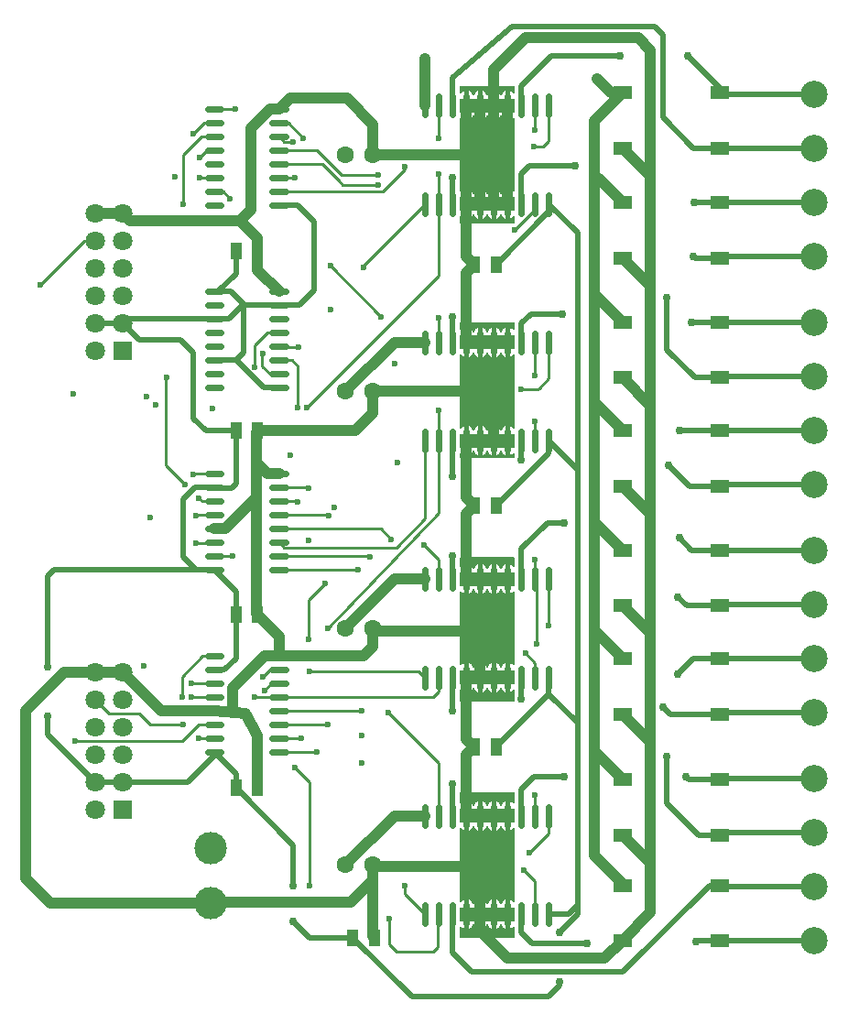
<source format=gtl>
G04 Layer: TopLayer*
G04 EasyEDA v6.4.7, 2020-11-03T11:21:11+01:00*
G04 e0ef41b2cc3c4505ab9108ec2d5a37c9,9bd7e35f881f4a88a1d5770e7942d247,10*
G04 Gerber Generator version 0.2*
G04 Scale: 100 percent, Rotated: No, Reflected: No *
G04 Dimensions in millimeters *
G04 leading zeros omitted , absolute positions ,3 integer and 3 decimal *
%FSLAX33Y33*%
%MOMM*%
G90*
D02*

%ADD10C,0.254000*%
%ADD11C,0.499999*%
%ADD12C,0.999998*%
%ADD13C,0.599999*%
%ADD14C,0.750011*%
%ADD15R,0.999998X1.550010*%
%ADD16R,1.799996X1.199998*%
%ADD17C,1.599997*%
%ADD18C,2.499995*%
%ADD19C,1.799996*%
%ADD20R,1.799996X1.799996*%
%ADD21C,2.999994*%

%LPD*%
G36*
G01X63398Y87380D02*
G01X58521Y87380D01*
G01X58507Y87378D01*
G01X58492Y87375D01*
G01X58479Y87370D01*
G01X58466Y87363D01*
G01X58455Y87355D01*
G01X58444Y87344D01*
G01X58436Y87333D01*
G01X58429Y87320D01*
G01X58424Y87307D01*
G01X58421Y87292D01*
G01X58420Y87278D01*
G01X58420Y86814D01*
G01X58421Y86799D01*
G01X58424Y86785D01*
G01X58429Y86772D01*
G01X58436Y86759D01*
G01X58444Y86747D01*
G01X58455Y86737D01*
G01X58466Y86728D01*
G01X58492Y86716D01*
G01X58507Y86713D01*
G01X58521Y86712D01*
G01X58537Y86714D01*
G01X58553Y86717D01*
G01X58567Y86723D01*
G01X58581Y86732D01*
G01X58593Y86742D01*
G01X58603Y86754D01*
G01X58624Y86781D01*
G01X58647Y86807D01*
G01X58671Y86831D01*
G01X58696Y86854D01*
G01X58723Y86875D01*
G01X58751Y86895D01*
G01X58780Y86912D01*
G01X58810Y86928D01*
G01X58841Y86942D01*
G01X58841Y86217D01*
G01X58521Y86217D01*
G01X58507Y86216D01*
G01X58492Y86213D01*
G01X58479Y86208D01*
G01X58466Y86201D01*
G01X58455Y86193D01*
G01X58444Y86182D01*
G01X58436Y86171D01*
G01X58429Y86158D01*
G01X58424Y86144D01*
G01X58421Y86130D01*
G01X58420Y86116D01*
G01X58420Y85043D01*
G01X58421Y85029D01*
G01X58424Y85014D01*
G01X58429Y85001D01*
G01X58436Y84988D01*
G01X58444Y84976D01*
G01X58455Y84966D01*
G01X58466Y84958D01*
G01X58479Y84951D01*
G01X58492Y84946D01*
G01X58507Y84942D01*
G01X58521Y84941D01*
G01X58841Y84941D01*
G01X58841Y84217D01*
G01X58810Y84231D01*
G01X58780Y84246D01*
G01X58751Y84264D01*
G01X58723Y84284D01*
G01X58696Y84305D01*
G01X58671Y84328D01*
G01X58647Y84352D01*
G01X58624Y84377D01*
G01X58603Y84404D01*
G01X58593Y84417D01*
G01X58581Y84427D01*
G01X58567Y84435D01*
G01X58553Y84442D01*
G01X58537Y84445D01*
G01X58521Y84447D01*
G01X58507Y84445D01*
G01X58492Y84442D01*
G01X58479Y84437D01*
G01X58466Y84430D01*
G01X58455Y84422D01*
G01X58444Y84411D01*
G01X58436Y84400D01*
G01X58429Y84387D01*
G01X58424Y84374D01*
G01X58421Y84359D01*
G01X58420Y84345D01*
G01X58420Y77714D01*
G01X58421Y77700D01*
G01X58424Y77686D01*
G01X58429Y77672D01*
G01X58436Y77659D01*
G01X58444Y77648D01*
G01X58455Y77637D01*
G01X58466Y77629D01*
G01X58479Y77622D01*
G01X58492Y77617D01*
G01X58507Y77614D01*
G01X58521Y77613D01*
G01X58537Y77614D01*
G01X58553Y77618D01*
G01X58567Y77624D01*
G01X58581Y77632D01*
G01X58593Y77642D01*
G01X58603Y77655D01*
G01X58624Y77682D01*
G01X58647Y77707D01*
G01X58671Y77732D01*
G01X58696Y77754D01*
G01X58723Y77775D01*
G01X58751Y77795D01*
G01X58780Y77813D01*
G01X58810Y77829D01*
G01X58841Y77843D01*
G01X58841Y77118D01*
G01X58521Y77118D01*
G01X58507Y77117D01*
G01X58492Y77113D01*
G01X58479Y77108D01*
G01X58466Y77101D01*
G01X58455Y77093D01*
G01X58444Y77083D01*
G01X58436Y77071D01*
G01X58429Y77058D01*
G01X58424Y77045D01*
G01X58421Y77030D01*
G01X58420Y77016D01*
G01X58420Y75943D01*
G01X58421Y75929D01*
G01X58424Y75915D01*
G01X58429Y75901D01*
G01X58436Y75888D01*
G01X58444Y75877D01*
G01X58455Y75866D01*
G01X58466Y75858D01*
G01X58479Y75851D01*
G01X58492Y75846D01*
G01X58507Y75843D01*
G01X58521Y75842D01*
G01X58841Y75842D01*
G01X58841Y75117D01*
G01X58810Y75131D01*
G01X58780Y75147D01*
G01X58751Y75164D01*
G01X58723Y75184D01*
G01X58696Y75205D01*
G01X58671Y75228D01*
G01X58647Y75252D01*
G01X58624Y75278D01*
G01X58603Y75305D01*
G01X58593Y75317D01*
G01X58581Y75327D01*
G01X58567Y75336D01*
G01X58553Y75342D01*
G01X58537Y75345D01*
G01X58521Y75347D01*
G01X58507Y75346D01*
G01X58492Y75343D01*
G01X58479Y75338D01*
G01X58466Y75331D01*
G01X58455Y75322D01*
G01X58444Y75312D01*
G01X58436Y75300D01*
G01X58429Y75287D01*
G01X58424Y75274D01*
G01X58421Y75260D01*
G01X58420Y75245D01*
G01X58420Y74781D01*
G01X58421Y74767D01*
G01X58424Y74753D01*
G01X58429Y74739D01*
G01X58436Y74726D01*
G01X58444Y74715D01*
G01X58455Y74704D01*
G01X58466Y74696D01*
G01X58479Y74689D01*
G01X58492Y74684D01*
G01X58507Y74681D01*
G01X58521Y74680D01*
G01X63398Y74680D01*
G01X63412Y74681D01*
G01X63427Y74684D01*
G01X63440Y74689D01*
G01X63453Y74696D01*
G01X63464Y74704D01*
G01X63475Y74715D01*
G01X63483Y74726D01*
G01X63490Y74739D01*
G01X63495Y74753D01*
G01X63498Y74767D01*
G01X63500Y74781D01*
G01X63500Y75245D01*
G01X63498Y75260D01*
G01X63495Y75274D01*
G01X63490Y75287D01*
G01X63483Y75300D01*
G01X63475Y75312D01*
G01X63464Y75322D01*
G01X63453Y75331D01*
G01X63440Y75338D01*
G01X63427Y75343D01*
G01X63412Y75346D01*
G01X63398Y75347D01*
G01X63382Y75345D01*
G01X63366Y75342D01*
G01X63352Y75336D01*
G01X63338Y75327D01*
G01X63326Y75317D01*
G01X63316Y75305D01*
G01X63295Y75278D01*
G01X63272Y75252D01*
G01X63248Y75228D01*
G01X63223Y75205D01*
G01X63196Y75184D01*
G01X63168Y75164D01*
G01X63139Y75147D01*
G01X63109Y75131D01*
G01X63078Y75117D01*
G01X63078Y75842D01*
G01X63398Y75842D01*
G01X63412Y75843D01*
G01X63427Y75846D01*
G01X63440Y75851D01*
G01X63453Y75858D01*
G01X63464Y75866D01*
G01X63475Y75877D01*
G01X63483Y75888D01*
G01X63490Y75901D01*
G01X63495Y75915D01*
G01X63498Y75929D01*
G01X63500Y75943D01*
G01X63500Y77016D01*
G01X63498Y77030D01*
G01X63495Y77045D01*
G01X63490Y77058D01*
G01X63483Y77071D01*
G01X63475Y77083D01*
G01X63464Y77093D01*
G01X63453Y77101D01*
G01X63440Y77108D01*
G01X63427Y77113D01*
G01X63412Y77117D01*
G01X63398Y77118D01*
G01X63078Y77118D01*
G01X63078Y77843D01*
G01X63109Y77829D01*
G01X63139Y77813D01*
G01X63168Y77795D01*
G01X63196Y77775D01*
G01X63223Y77754D01*
G01X63248Y77732D01*
G01X63272Y77707D01*
G01X63295Y77682D01*
G01X63316Y77655D01*
G01X63326Y77642D01*
G01X63338Y77632D01*
G01X63352Y77624D01*
G01X63366Y77618D01*
G01X63382Y77614D01*
G01X63398Y77613D01*
G01X63412Y77614D01*
G01X63427Y77617D01*
G01X63440Y77622D01*
G01X63453Y77629D01*
G01X63464Y77637D01*
G01X63475Y77648D01*
G01X63483Y77659D01*
G01X63490Y77672D01*
G01X63495Y77686D01*
G01X63498Y77700D01*
G01X63500Y77714D01*
G01X63500Y84345D01*
G01X63498Y84359D01*
G01X63495Y84374D01*
G01X63490Y84387D01*
G01X63483Y84400D01*
G01X63475Y84411D01*
G01X63464Y84422D01*
G01X63453Y84430D01*
G01X63440Y84437D01*
G01X63427Y84442D01*
G01X63412Y84445D01*
G01X63398Y84447D01*
G01X63382Y84445D01*
G01X63366Y84442D01*
G01X63352Y84435D01*
G01X63338Y84427D01*
G01X63326Y84417D01*
G01X63316Y84404D01*
G01X63295Y84377D01*
G01X63272Y84352D01*
G01X63248Y84328D01*
G01X63223Y84305D01*
G01X63196Y84284D01*
G01X63168Y84264D01*
G01X63139Y84246D01*
G01X63109Y84231D01*
G01X63078Y84217D01*
G01X63078Y84941D01*
G01X63398Y84941D01*
G01X63412Y84942D01*
G01X63427Y84946D01*
G01X63440Y84951D01*
G01X63453Y84958D01*
G01X63464Y84966D01*
G01X63475Y84976D01*
G01X63483Y84988D01*
G01X63490Y85001D01*
G01X63495Y85014D01*
G01X63498Y85029D01*
G01X63500Y85043D01*
G01X63500Y86116D01*
G01X63498Y86130D01*
G01X63495Y86144D01*
G01X63490Y86158D01*
G01X63483Y86171D01*
G01X63475Y86182D01*
G01X63464Y86193D01*
G01X63453Y86201D01*
G01X63440Y86208D01*
G01X63427Y86213D01*
G01X63412Y86216D01*
G01X63398Y86217D01*
G01X63078Y86217D01*
G01X63078Y86942D01*
G01X63109Y86928D01*
G01X63139Y86912D01*
G01X63168Y86895D01*
G01X63196Y86875D01*
G01X63223Y86854D01*
G01X63248Y86831D01*
G01X63272Y86807D01*
G01X63295Y86781D01*
G01X63316Y86754D01*
G01X63326Y86742D01*
G01X63338Y86732D01*
G01X63352Y86723D01*
G01X63366Y86717D01*
G01X63382Y86714D01*
G01X63398Y86712D01*
G01X63412Y86713D01*
G01X63427Y86716D01*
G01X63453Y86728D01*
G01X63464Y86737D01*
G01X63475Y86747D01*
G01X63483Y86759D01*
G01X63490Y86772D01*
G01X63495Y86785D01*
G01X63498Y86799D01*
G01X63500Y86814D01*
G01X63500Y87278D01*
G01X63498Y87292D01*
G01X63495Y87307D01*
G01X63490Y87320D01*
G01X63483Y87333D01*
G01X63475Y87344D01*
G01X63464Y87355D01*
G01X63453Y87363D01*
G01X63440Y87370D01*
G01X63427Y87375D01*
G01X63412Y87378D01*
G01X63398Y87380D01*
G37*

%LPC*%
G36*
G01X62651Y75842D02*
G01X61808Y75842D01*
G01X61808Y75117D01*
G01X61839Y75131D01*
G01X61869Y75146D01*
G01X61898Y75164D01*
G01X61925Y75183D01*
G01X61952Y75204D01*
G01X61977Y75227D01*
G01X62001Y75251D01*
G01X62023Y75276D01*
G01X62044Y75303D01*
G01X62063Y75330D01*
G01X62081Y75359D01*
G01X62096Y75389D01*
G01X62110Y75420D01*
G01X62122Y75452D01*
G01X62131Y75484D01*
G01X62136Y75498D01*
G01X62143Y75511D01*
G01X62152Y75523D01*
G01X62162Y75534D01*
G01X62174Y75543D01*
G01X62187Y75550D01*
G01X62200Y75555D01*
G01X62215Y75558D01*
G01X62230Y75559D01*
G01X62244Y75558D01*
G01X62259Y75555D01*
G01X62272Y75550D01*
G01X62285Y75543D01*
G01X62297Y75534D01*
G01X62307Y75523D01*
G01X62316Y75511D01*
G01X62323Y75498D01*
G01X62328Y75484D01*
G01X62337Y75452D01*
G01X62349Y75420D01*
G01X62363Y75389D01*
G01X62378Y75359D01*
G01X62396Y75330D01*
G01X62415Y75303D01*
G01X62436Y75276D01*
G01X62458Y75251D01*
G01X62482Y75227D01*
G01X62507Y75204D01*
G01X62534Y75183D01*
G01X62561Y75164D01*
G01X62590Y75146D01*
G01X62620Y75131D01*
G01X62651Y75117D01*
G01X62651Y75842D01*
G37*
G36*
G01X60111Y75842D02*
G01X59268Y75842D01*
G01X59268Y75117D01*
G01X59299Y75131D01*
G01X59329Y75146D01*
G01X59358Y75164D01*
G01X59385Y75183D01*
G01X59412Y75204D01*
G01X59437Y75227D01*
G01X59461Y75251D01*
G01X59483Y75276D01*
G01X59504Y75303D01*
G01X59523Y75330D01*
G01X59541Y75359D01*
G01X59556Y75389D01*
G01X59570Y75420D01*
G01X59582Y75452D01*
G01X59591Y75484D01*
G01X59596Y75498D01*
G01X59603Y75511D01*
G01X59612Y75523D01*
G01X59622Y75534D01*
G01X59634Y75543D01*
G01X59647Y75550D01*
G01X59660Y75555D01*
G01X59675Y75558D01*
G01X59690Y75559D01*
G01X59704Y75558D01*
G01X59719Y75555D01*
G01X59732Y75550D01*
G01X59745Y75543D01*
G01X59757Y75534D01*
G01X59767Y75523D01*
G01X59776Y75511D01*
G01X59783Y75498D01*
G01X59788Y75484D01*
G01X59797Y75452D01*
G01X59809Y75420D01*
G01X59823Y75389D01*
G01X59838Y75359D01*
G01X59856Y75330D01*
G01X59875Y75303D01*
G01X59896Y75276D01*
G01X59918Y75251D01*
G01X59942Y75227D01*
G01X59967Y75204D01*
G01X59994Y75183D01*
G01X60021Y75164D01*
G01X60050Y75146D01*
G01X60080Y75131D01*
G01X60111Y75117D01*
G01X60111Y75842D01*
G37*
G36*
G01X61839Y77829D02*
G01X61808Y77843D01*
G01X61808Y77118D01*
G01X62651Y77118D01*
G01X62651Y77843D01*
G01X62620Y77829D01*
G01X62590Y77813D01*
G01X62561Y77795D01*
G01X62534Y77776D01*
G01X62507Y77755D01*
G01X62482Y77733D01*
G01X62458Y77709D01*
G01X62436Y77683D01*
G01X62415Y77657D01*
G01X62396Y77629D01*
G01X62378Y77600D01*
G01X62363Y77570D01*
G01X62349Y77539D01*
G01X62337Y77507D01*
G01X62328Y77475D01*
G01X62323Y77461D01*
G01X62316Y77448D01*
G01X62307Y77436D01*
G01X62297Y77426D01*
G01X62285Y77417D01*
G01X62272Y77409D01*
G01X62259Y77404D01*
G01X62244Y77401D01*
G01X62230Y77400D01*
G01X62215Y77401D01*
G01X62200Y77404D01*
G01X62187Y77409D01*
G01X62174Y77417D01*
G01X62162Y77426D01*
G01X62152Y77436D01*
G01X62143Y77448D01*
G01X62136Y77461D01*
G01X62131Y77475D01*
G01X62122Y77507D01*
G01X62110Y77539D01*
G01X62096Y77570D01*
G01X62081Y77600D01*
G01X62063Y77629D01*
G01X62044Y77657D01*
G01X62023Y77683D01*
G01X62001Y77709D01*
G01X61977Y77733D01*
G01X61952Y77755D01*
G01X61925Y77776D01*
G01X61898Y77795D01*
G01X61869Y77813D01*
G01X61839Y77829D01*
G37*
G36*
G01X59299Y77829D02*
G01X59268Y77843D01*
G01X59268Y77118D01*
G01X60111Y77118D01*
G01X60111Y77843D01*
G01X60080Y77829D01*
G01X60050Y77813D01*
G01X60021Y77795D01*
G01X59994Y77776D01*
G01X59967Y77755D01*
G01X59942Y77733D01*
G01X59918Y77709D01*
G01X59896Y77683D01*
G01X59875Y77657D01*
G01X59856Y77629D01*
G01X59838Y77600D01*
G01X59823Y77570D01*
G01X59809Y77539D01*
G01X59797Y77507D01*
G01X59788Y77475D01*
G01X59783Y77461D01*
G01X59776Y77448D01*
G01X59767Y77436D01*
G01X59757Y77426D01*
G01X59745Y77417D01*
G01X59732Y77409D01*
G01X59719Y77404D01*
G01X59704Y77401D01*
G01X59690Y77400D01*
G01X59675Y77401D01*
G01X59660Y77404D01*
G01X59647Y77409D01*
G01X59634Y77417D01*
G01X59622Y77426D01*
G01X59612Y77436D01*
G01X59603Y77448D01*
G01X59596Y77461D01*
G01X59591Y77475D01*
G01X59582Y77507D01*
G01X59570Y77539D01*
G01X59556Y77570D01*
G01X59541Y77600D01*
G01X59523Y77629D01*
G01X59504Y77657D01*
G01X59483Y77683D01*
G01X59461Y77709D01*
G01X59437Y77733D01*
G01X59412Y77755D01*
G01X59385Y77776D01*
G01X59358Y77795D01*
G01X59329Y77813D01*
G01X59299Y77829D01*
G37*
G36*
G01X60111Y84941D02*
G01X59268Y84941D01*
G01X59268Y84217D01*
G01X59299Y84230D01*
G01X59329Y84246D01*
G01X59358Y84264D01*
G01X59385Y84283D01*
G01X59412Y84304D01*
G01X59437Y84326D01*
G01X59461Y84350D01*
G01X59483Y84376D01*
G01X59504Y84402D01*
G01X59523Y84430D01*
G01X59541Y84459D01*
G01X59556Y84489D01*
G01X59570Y84520D01*
G01X59582Y84552D01*
G01X59591Y84584D01*
G01X59596Y84598D01*
G01X59603Y84611D01*
G01X59612Y84623D01*
G01X59622Y84634D01*
G01X59634Y84642D01*
G01X59647Y84650D01*
G01X59660Y84655D01*
G01X59675Y84658D01*
G01X59690Y84659D01*
G01X59704Y84658D01*
G01X59719Y84655D01*
G01X59732Y84650D01*
G01X59745Y84642D01*
G01X59757Y84634D01*
G01X59767Y84623D01*
G01X59776Y84611D01*
G01X59783Y84598D01*
G01X59788Y84584D01*
G01X59797Y84552D01*
G01X59809Y84520D01*
G01X59823Y84489D01*
G01X59838Y84459D01*
G01X59856Y84430D01*
G01X59875Y84402D01*
G01X59896Y84376D01*
G01X59918Y84350D01*
G01X59942Y84326D01*
G01X59967Y84304D01*
G01X59994Y84283D01*
G01X60021Y84264D01*
G01X60050Y84246D01*
G01X60080Y84230D01*
G01X60111Y84217D01*
G01X60111Y84941D01*
G37*
G36*
G01X62651Y84941D02*
G01X61808Y84941D01*
G01X61808Y84217D01*
G01X61839Y84230D01*
G01X61869Y84246D01*
G01X61898Y84264D01*
G01X61925Y84283D01*
G01X61952Y84304D01*
G01X61977Y84326D01*
G01X62001Y84350D01*
G01X62023Y84376D01*
G01X62044Y84402D01*
G01X62063Y84430D01*
G01X62081Y84459D01*
G01X62096Y84489D01*
G01X62110Y84520D01*
G01X62122Y84552D01*
G01X62131Y84584D01*
G01X62136Y84598D01*
G01X62143Y84611D01*
G01X62152Y84623D01*
G01X62162Y84634D01*
G01X62174Y84642D01*
G01X62187Y84650D01*
G01X62200Y84655D01*
G01X62215Y84658D01*
G01X62230Y84659D01*
G01X62244Y84658D01*
G01X62259Y84655D01*
G01X62272Y84650D01*
G01X62285Y84642D01*
G01X62297Y84634D01*
G01X62307Y84623D01*
G01X62316Y84611D01*
G01X62323Y84598D01*
G01X62328Y84584D01*
G01X62337Y84552D01*
G01X62349Y84520D01*
G01X62363Y84489D01*
G01X62378Y84459D01*
G01X62396Y84430D01*
G01X62415Y84402D01*
G01X62436Y84376D01*
G01X62458Y84350D01*
G01X62482Y84326D01*
G01X62507Y84304D01*
G01X62534Y84283D01*
G01X62561Y84264D01*
G01X62590Y84246D01*
G01X62620Y84230D01*
G01X62651Y84217D01*
G01X62651Y84941D01*
G37*
G36*
G01X61839Y86928D02*
G01X61808Y86942D01*
G01X61808Y86217D01*
G01X62651Y86217D01*
G01X62651Y86942D01*
G01X62620Y86928D01*
G01X62590Y86913D01*
G01X62561Y86895D01*
G01X62534Y86876D01*
G01X62507Y86855D01*
G01X62482Y86832D01*
G01X62458Y86809D01*
G01X62436Y86783D01*
G01X62415Y86756D01*
G01X62396Y86729D01*
G01X62378Y86700D01*
G01X62363Y86670D01*
G01X62349Y86639D01*
G01X62337Y86607D01*
G01X62328Y86575D01*
G01X62323Y86561D01*
G01X62316Y86548D01*
G01X62307Y86536D01*
G01X62297Y86525D01*
G01X62285Y86516D01*
G01X62272Y86509D01*
G01X62259Y86504D01*
G01X62244Y86501D01*
G01X62230Y86500D01*
G01X62215Y86501D01*
G01X62200Y86504D01*
G01X62187Y86509D01*
G01X62174Y86516D01*
G01X62162Y86525D01*
G01X62152Y86536D01*
G01X62143Y86548D01*
G01X62136Y86561D01*
G01X62131Y86575D01*
G01X62122Y86607D01*
G01X62110Y86639D01*
G01X62096Y86670D01*
G01X62081Y86700D01*
G01X62063Y86729D01*
G01X62044Y86756D01*
G01X62023Y86783D01*
G01X62001Y86809D01*
G01X61977Y86832D01*
G01X61952Y86855D01*
G01X61925Y86876D01*
G01X61898Y86895D01*
G01X61869Y86913D01*
G01X61839Y86928D01*
G37*
G36*
G01X59299Y86928D02*
G01X59268Y86942D01*
G01X59268Y86217D01*
G01X60111Y86217D01*
G01X60111Y86942D01*
G01X60080Y86928D01*
G01X60050Y86913D01*
G01X60021Y86895D01*
G01X59994Y86876D01*
G01X59967Y86855D01*
G01X59942Y86832D01*
G01X59918Y86809D01*
G01X59896Y86783D01*
G01X59875Y86756D01*
G01X59856Y86729D01*
G01X59838Y86700D01*
G01X59823Y86670D01*
G01X59809Y86639D01*
G01X59797Y86607D01*
G01X59788Y86575D01*
G01X59783Y86561D01*
G01X59776Y86548D01*
G01X59767Y86536D01*
G01X59757Y86525D01*
G01X59745Y86516D01*
G01X59732Y86509D01*
G01X59719Y86504D01*
G01X59704Y86501D01*
G01X59690Y86500D01*
G01X59675Y86501D01*
G01X59660Y86504D01*
G01X59647Y86509D01*
G01X59634Y86516D01*
G01X59622Y86525D01*
G01X59612Y86536D01*
G01X59603Y86548D01*
G01X59596Y86561D01*
G01X59591Y86575D01*
G01X59582Y86607D01*
G01X59570Y86639D01*
G01X59556Y86670D01*
G01X59541Y86700D01*
G01X59523Y86729D01*
G01X59504Y86756D01*
G01X59483Y86783D01*
G01X59461Y86809D01*
G01X59437Y86832D01*
G01X59412Y86855D01*
G01X59385Y86876D01*
G01X59358Y86895D01*
G01X59329Y86913D01*
G01X59299Y86928D01*
G37*
G36*
G01X61381Y75842D02*
G01X60538Y75842D01*
G01X60538Y75117D01*
G01X60569Y75131D01*
G01X60599Y75146D01*
G01X60628Y75164D01*
G01X60655Y75183D01*
G01X60682Y75204D01*
G01X60707Y75227D01*
G01X60731Y75251D01*
G01X60753Y75276D01*
G01X60774Y75303D01*
G01X60793Y75330D01*
G01X60811Y75359D01*
G01X60826Y75389D01*
G01X60840Y75420D01*
G01X60852Y75452D01*
G01X60861Y75484D01*
G01X60866Y75498D01*
G01X60873Y75511D01*
G01X60882Y75523D01*
G01X60892Y75534D01*
G01X60904Y75543D01*
G01X60917Y75550D01*
G01X60930Y75555D01*
G01X60945Y75558D01*
G01X60960Y75559D01*
G01X60974Y75558D01*
G01X60989Y75555D01*
G01X61002Y75550D01*
G01X61015Y75543D01*
G01X61027Y75534D01*
G01X61037Y75523D01*
G01X61046Y75511D01*
G01X61053Y75498D01*
G01X61058Y75484D01*
G01X61067Y75452D01*
G01X61079Y75420D01*
G01X61093Y75389D01*
G01X61108Y75359D01*
G01X61126Y75330D01*
G01X61145Y75303D01*
G01X61166Y75276D01*
G01X61188Y75251D01*
G01X61212Y75227D01*
G01X61237Y75204D01*
G01X61264Y75183D01*
G01X61291Y75164D01*
G01X61320Y75146D01*
G01X61350Y75131D01*
G01X61381Y75117D01*
G01X61381Y75842D01*
G37*
G36*
G01X60569Y77829D02*
G01X60538Y77843D01*
G01X60538Y77118D01*
G01X61381Y77118D01*
G01X61381Y77843D01*
G01X61350Y77829D01*
G01X61320Y77813D01*
G01X61291Y77795D01*
G01X61264Y77776D01*
G01X61237Y77755D01*
G01X61212Y77733D01*
G01X61188Y77709D01*
G01X61166Y77683D01*
G01X61145Y77657D01*
G01X61126Y77629D01*
G01X61108Y77600D01*
G01X61093Y77570D01*
G01X61079Y77539D01*
G01X61067Y77507D01*
G01X61058Y77475D01*
G01X61053Y77461D01*
G01X61046Y77448D01*
G01X61037Y77436D01*
G01X61027Y77426D01*
G01X61015Y77417D01*
G01X61002Y77409D01*
G01X60989Y77404D01*
G01X60974Y77401D01*
G01X60960Y77400D01*
G01X60945Y77401D01*
G01X60930Y77404D01*
G01X60917Y77409D01*
G01X60904Y77417D01*
G01X60892Y77426D01*
G01X60882Y77436D01*
G01X60873Y77448D01*
G01X60866Y77461D01*
G01X60861Y77475D01*
G01X60852Y77507D01*
G01X60840Y77539D01*
G01X60826Y77570D01*
G01X60811Y77600D01*
G01X60793Y77629D01*
G01X60774Y77657D01*
G01X60753Y77683D01*
G01X60731Y77709D01*
G01X60707Y77733D01*
G01X60682Y77755D01*
G01X60655Y77776D01*
G01X60628Y77795D01*
G01X60599Y77813D01*
G01X60569Y77829D01*
G37*
G36*
G01X61381Y84941D02*
G01X60538Y84941D01*
G01X60538Y84217D01*
G01X60569Y84230D01*
G01X60599Y84246D01*
G01X60628Y84264D01*
G01X60655Y84283D01*
G01X60682Y84304D01*
G01X60707Y84326D01*
G01X60731Y84350D01*
G01X60753Y84376D01*
G01X60774Y84402D01*
G01X60793Y84430D01*
G01X60811Y84459D01*
G01X60826Y84489D01*
G01X60840Y84520D01*
G01X60852Y84552D01*
G01X60861Y84584D01*
G01X60866Y84598D01*
G01X60873Y84611D01*
G01X60882Y84623D01*
G01X60892Y84634D01*
G01X60904Y84642D01*
G01X60917Y84650D01*
G01X60930Y84655D01*
G01X60945Y84658D01*
G01X60960Y84659D01*
G01X60974Y84658D01*
G01X60989Y84655D01*
G01X61002Y84650D01*
G01X61015Y84642D01*
G01X61027Y84634D01*
G01X61037Y84623D01*
G01X61046Y84611D01*
G01X61053Y84598D01*
G01X61058Y84584D01*
G01X61067Y84552D01*
G01X61079Y84520D01*
G01X61093Y84489D01*
G01X61108Y84459D01*
G01X61126Y84430D01*
G01X61145Y84402D01*
G01X61166Y84376D01*
G01X61188Y84350D01*
G01X61212Y84326D01*
G01X61237Y84304D01*
G01X61264Y84283D01*
G01X61291Y84264D01*
G01X61320Y84246D01*
G01X61350Y84230D01*
G01X61381Y84217D01*
G01X61381Y84941D01*
G37*
G36*
G01X60569Y86928D02*
G01X60538Y86942D01*
G01X60538Y86217D01*
G01X61381Y86217D01*
G01X61381Y86942D01*
G01X61350Y86928D01*
G01X61320Y86913D01*
G01X61291Y86895D01*
G01X61264Y86876D01*
G01X61237Y86855D01*
G01X61212Y86832D01*
G01X61188Y86809D01*
G01X61166Y86783D01*
G01X61145Y86756D01*
G01X61126Y86729D01*
G01X61108Y86700D01*
G01X61093Y86670D01*
G01X61079Y86639D01*
G01X61067Y86607D01*
G01X61058Y86575D01*
G01X61053Y86561D01*
G01X61046Y86548D01*
G01X61037Y86536D01*
G01X61027Y86525D01*
G01X61015Y86516D01*
G01X61002Y86509D01*
G01X60989Y86504D01*
G01X60974Y86501D01*
G01X60960Y86500D01*
G01X60945Y86501D01*
G01X60930Y86504D01*
G01X60917Y86509D01*
G01X60904Y86516D01*
G01X60892Y86525D01*
G01X60882Y86536D01*
G01X60873Y86548D01*
G01X60866Y86561D01*
G01X60861Y86575D01*
G01X60852Y86607D01*
G01X60840Y86639D01*
G01X60826Y86670D01*
G01X60811Y86700D01*
G01X60793Y86729D01*
G01X60774Y86756D01*
G01X60753Y86783D01*
G01X60731Y86809D01*
G01X60707Y86832D01*
G01X60682Y86855D01*
G01X60655Y86876D01*
G01X60628Y86895D01*
G01X60599Y86913D01*
G01X60569Y86928D01*
G37*

%LPD*%
G36*
G01X63398Y65536D02*
G01X58521Y65536D01*
G01X58507Y65534D01*
G01X58492Y65531D01*
G01X58479Y65526D01*
G01X58466Y65519D01*
G01X58455Y65511D01*
G01X58444Y65500D01*
G01X58436Y65489D01*
G01X58429Y65476D01*
G01X58424Y65463D01*
G01X58421Y65448D01*
G01X58420Y65434D01*
G01X58420Y64928D01*
G01X58421Y64913D01*
G01X58424Y64899D01*
G01X58429Y64885D01*
G01X58436Y64873D01*
G01X58444Y64861D01*
G01X58455Y64851D01*
G01X58466Y64842D01*
G01X58479Y64835D01*
G01X58492Y64830D01*
G01X58507Y64827D01*
G01X58521Y64826D01*
G01X58537Y64827D01*
G01X58553Y64831D01*
G01X58567Y64837D01*
G01X58581Y64845D01*
G01X58593Y64856D01*
G01X58603Y64868D01*
G01X58624Y64895D01*
G01X58647Y64921D01*
G01X58671Y64945D01*
G01X58696Y64968D01*
G01X58723Y64989D01*
G01X58751Y65008D01*
G01X58780Y65026D01*
G01X58810Y65042D01*
G01X58841Y65056D01*
G01X58841Y64331D01*
G01X58521Y64331D01*
G01X58507Y64330D01*
G01X58492Y64327D01*
G01X58479Y64322D01*
G01X58466Y64315D01*
G01X58455Y64306D01*
G01X58444Y64296D01*
G01X58436Y64284D01*
G01X58429Y64272D01*
G01X58424Y64258D01*
G01X58421Y64244D01*
G01X58420Y64229D01*
G01X58420Y63157D01*
G01X58421Y63142D01*
G01X58424Y63128D01*
G01X58429Y63114D01*
G01X58436Y63102D01*
G01X58444Y63090D01*
G01X58455Y63080D01*
G01X58466Y63071D01*
G01X58479Y63064D01*
G01X58492Y63059D01*
G01X58507Y63056D01*
G01X58521Y63055D01*
G01X58841Y63055D01*
G01X58841Y62330D01*
G01X58810Y62344D01*
G01X58780Y62360D01*
G01X58751Y62378D01*
G01X58723Y62397D01*
G01X58696Y62418D01*
G01X58671Y62441D01*
G01X58647Y62465D01*
G01X58624Y62491D01*
G01X58603Y62518D01*
G01X58593Y62530D01*
G01X58581Y62541D01*
G01X58567Y62549D01*
G01X58553Y62555D01*
G01X58537Y62559D01*
G01X58521Y62560D01*
G01X58507Y62559D01*
G01X58492Y62556D01*
G01X58479Y62551D01*
G01X58466Y62544D01*
G01X58455Y62535D01*
G01X58444Y62525D01*
G01X58436Y62514D01*
G01X58429Y62501D01*
G01X58424Y62487D01*
G01X58421Y62473D01*
G01X58420Y62459D01*
G01X58420Y55828D01*
G01X58421Y55813D01*
G01X58424Y55799D01*
G01X58429Y55786D01*
G01X58436Y55773D01*
G01X58444Y55761D01*
G01X58455Y55751D01*
G01X58466Y55742D01*
G01X58479Y55735D01*
G01X58492Y55730D01*
G01X58507Y55727D01*
G01X58521Y55726D01*
G01X58537Y55727D01*
G01X58553Y55731D01*
G01X58567Y55737D01*
G01X58581Y55746D01*
G01X58593Y55756D01*
G01X58603Y55768D01*
G01X58624Y55795D01*
G01X58647Y55821D01*
G01X58671Y55845D01*
G01X58696Y55868D01*
G01X58723Y55889D01*
G01X58751Y55909D01*
G01X58780Y55926D01*
G01X58810Y55942D01*
G01X58841Y55956D01*
G01X58841Y55231D01*
G01X58521Y55231D01*
G01X58507Y55230D01*
G01X58492Y55227D01*
G01X58479Y55222D01*
G01X58466Y55215D01*
G01X58455Y55206D01*
G01X58444Y55196D01*
G01X58436Y55185D01*
G01X58429Y55172D01*
G01X58424Y55158D01*
G01X58421Y55144D01*
G01X58420Y55130D01*
G01X58420Y54057D01*
G01X58421Y54042D01*
G01X58424Y54028D01*
G01X58429Y54015D01*
G01X58436Y54002D01*
G01X58444Y53990D01*
G01X58455Y53980D01*
G01X58466Y53971D01*
G01X58479Y53964D01*
G01X58492Y53959D01*
G01X58507Y53956D01*
G01X58521Y53955D01*
G01X58841Y53955D01*
G01X58841Y53230D01*
G01X58810Y53244D01*
G01X58780Y53260D01*
G01X58751Y53278D01*
G01X58723Y53297D01*
G01X58696Y53319D01*
G01X58671Y53341D01*
G01X58647Y53366D01*
G01X58624Y53391D01*
G01X58603Y53418D01*
G01X58593Y53430D01*
G01X58581Y53441D01*
G01X58567Y53449D01*
G01X58553Y53455D01*
G01X58537Y53459D01*
G01X58521Y53460D01*
G01X58507Y53459D01*
G01X58492Y53456D01*
G01X58479Y53451D01*
G01X58466Y53444D01*
G01X58455Y53436D01*
G01X58444Y53425D01*
G01X58436Y53414D01*
G01X58429Y53401D01*
G01X58424Y53387D01*
G01X58421Y53373D01*
G01X58420Y53359D01*
G01X58420Y53064D01*
G01X58421Y53050D01*
G01X58424Y53036D01*
G01X58429Y53022D01*
G01X58436Y53009D01*
G01X58444Y52998D01*
G01X58455Y52987D01*
G01X58466Y52979D01*
G01X58479Y52972D01*
G01X58492Y52967D01*
G01X58507Y52964D01*
G01X58521Y52963D01*
G01X63398Y52963D01*
G01X63412Y52964D01*
G01X63427Y52967D01*
G01X63440Y52972D01*
G01X63453Y52979D01*
G01X63464Y52987D01*
G01X63475Y52998D01*
G01X63483Y53009D01*
G01X63490Y53022D01*
G01X63495Y53036D01*
G01X63498Y53050D01*
G01X63500Y53064D01*
G01X63500Y53359D01*
G01X63498Y53373D01*
G01X63495Y53387D01*
G01X63490Y53401D01*
G01X63483Y53414D01*
G01X63475Y53425D01*
G01X63464Y53436D01*
G01X63453Y53444D01*
G01X63440Y53451D01*
G01X63427Y53456D01*
G01X63412Y53459D01*
G01X63398Y53460D01*
G01X63382Y53459D01*
G01X63366Y53455D01*
G01X63352Y53449D01*
G01X63338Y53441D01*
G01X63326Y53430D01*
G01X63316Y53418D01*
G01X63295Y53391D01*
G01X63272Y53366D01*
G01X63248Y53341D01*
G01X63223Y53319D01*
G01X63196Y53297D01*
G01X63168Y53278D01*
G01X63139Y53260D01*
G01X63109Y53244D01*
G01X63078Y53230D01*
G01X63078Y53955D01*
G01X63398Y53955D01*
G01X63412Y53956D01*
G01X63427Y53959D01*
G01X63440Y53964D01*
G01X63453Y53971D01*
G01X63464Y53980D01*
G01X63475Y53990D01*
G01X63483Y54002D01*
G01X63490Y54015D01*
G01X63495Y54028D01*
G01X63498Y54042D01*
G01X63500Y54057D01*
G01X63500Y55130D01*
G01X63498Y55144D01*
G01X63495Y55158D01*
G01X63490Y55172D01*
G01X63483Y55185D01*
G01X63475Y55196D01*
G01X63464Y55206D01*
G01X63453Y55215D01*
G01X63440Y55222D01*
G01X63427Y55227D01*
G01X63412Y55230D01*
G01X63398Y55231D01*
G01X63078Y55231D01*
G01X63078Y55956D01*
G01X63109Y55942D01*
G01X63139Y55926D01*
G01X63168Y55909D01*
G01X63196Y55889D01*
G01X63223Y55868D01*
G01X63248Y55845D01*
G01X63272Y55821D01*
G01X63295Y55795D01*
G01X63316Y55768D01*
G01X63326Y55756D01*
G01X63338Y55746D01*
G01X63352Y55737D01*
G01X63366Y55731D01*
G01X63382Y55727D01*
G01X63398Y55726D01*
G01X63412Y55727D01*
G01X63427Y55730D01*
G01X63440Y55735D01*
G01X63453Y55742D01*
G01X63464Y55751D01*
G01X63475Y55761D01*
G01X63483Y55773D01*
G01X63490Y55786D01*
G01X63495Y55799D01*
G01X63498Y55813D01*
G01X63500Y55828D01*
G01X63500Y62459D01*
G01X63498Y62473D01*
G01X63495Y62487D01*
G01X63490Y62501D01*
G01X63483Y62514D01*
G01X63475Y62525D01*
G01X63464Y62535D01*
G01X63453Y62544D01*
G01X63440Y62551D01*
G01X63427Y62556D01*
G01X63412Y62559D01*
G01X63398Y62560D01*
G01X63382Y62559D01*
G01X63366Y62555D01*
G01X63352Y62549D01*
G01X63338Y62541D01*
G01X63326Y62530D01*
G01X63316Y62518D01*
G01X63295Y62491D01*
G01X63272Y62465D01*
G01X63248Y62441D01*
G01X63223Y62418D01*
G01X63196Y62397D01*
G01X63168Y62378D01*
G01X63139Y62360D01*
G01X63109Y62344D01*
G01X63078Y62330D01*
G01X63078Y63055D01*
G01X63398Y63055D01*
G01X63412Y63056D01*
G01X63427Y63059D01*
G01X63440Y63064D01*
G01X63453Y63071D01*
G01X63464Y63080D01*
G01X63475Y63090D01*
G01X63483Y63102D01*
G01X63490Y63114D01*
G01X63495Y63128D01*
G01X63498Y63142D01*
G01X63500Y63157D01*
G01X63500Y64229D01*
G01X63498Y64244D01*
G01X63495Y64258D01*
G01X63490Y64272D01*
G01X63483Y64284D01*
G01X63475Y64296D01*
G01X63464Y64306D01*
G01X63453Y64315D01*
G01X63440Y64322D01*
G01X63427Y64327D01*
G01X63412Y64330D01*
G01X63398Y64331D01*
G01X63078Y64331D01*
G01X63078Y65056D01*
G01X63109Y65042D01*
G01X63139Y65026D01*
G01X63168Y65008D01*
G01X63196Y64989D01*
G01X63223Y64968D01*
G01X63248Y64945D01*
G01X63272Y64921D01*
G01X63295Y64895D01*
G01X63316Y64868D01*
G01X63326Y64856D01*
G01X63338Y64845D01*
G01X63352Y64837D01*
G01X63366Y64831D01*
G01X63382Y64827D01*
G01X63398Y64826D01*
G01X63412Y64827D01*
G01X63427Y64830D01*
G01X63440Y64835D01*
G01X63453Y64842D01*
G01X63464Y64851D01*
G01X63475Y64861D01*
G01X63483Y64873D01*
G01X63490Y64885D01*
G01X63495Y64899D01*
G01X63498Y64913D01*
G01X63500Y64928D01*
G01X63500Y65434D01*
G01X63498Y65448D01*
G01X63495Y65463D01*
G01X63490Y65476D01*
G01X63483Y65489D01*
G01X63475Y65500D01*
G01X63464Y65511D01*
G01X63453Y65519D01*
G01X63440Y65526D01*
G01X63427Y65531D01*
G01X63412Y65534D01*
G01X63398Y65536D01*
G37*

%LPC*%
G36*
G01X62651Y53955D02*
G01X61808Y53955D01*
G01X61808Y53230D01*
G01X61839Y53244D01*
G01X61869Y53260D01*
G01X61898Y53278D01*
G01X61925Y53297D01*
G01X61952Y53318D01*
G01X61977Y53340D01*
G01X62001Y53364D01*
G01X62023Y53390D01*
G01X62044Y53416D01*
G01X62063Y53444D01*
G01X62081Y53473D01*
G01X62096Y53503D01*
G01X62110Y53534D01*
G01X62122Y53566D01*
G01X62131Y53598D01*
G01X62136Y53612D01*
G01X62143Y53625D01*
G01X62152Y53637D01*
G01X62162Y53647D01*
G01X62174Y53656D01*
G01X62187Y53663D01*
G01X62200Y53669D01*
G01X62215Y53672D01*
G01X62230Y53673D01*
G01X62244Y53672D01*
G01X62259Y53669D01*
G01X62272Y53663D01*
G01X62285Y53656D01*
G01X62297Y53647D01*
G01X62307Y53637D01*
G01X62316Y53625D01*
G01X62323Y53612D01*
G01X62328Y53598D01*
G01X62337Y53566D01*
G01X62349Y53534D01*
G01X62363Y53503D01*
G01X62378Y53473D01*
G01X62396Y53444D01*
G01X62415Y53416D01*
G01X62436Y53390D01*
G01X62458Y53364D01*
G01X62482Y53340D01*
G01X62507Y53318D01*
G01X62534Y53297D01*
G01X62561Y53278D01*
G01X62590Y53260D01*
G01X62620Y53244D01*
G01X62651Y53230D01*
G01X62651Y53955D01*
G37*
G36*
G01X60111Y53955D02*
G01X59268Y53955D01*
G01X59268Y53230D01*
G01X59299Y53244D01*
G01X59329Y53260D01*
G01X59358Y53278D01*
G01X59385Y53297D01*
G01X59412Y53318D01*
G01X59437Y53340D01*
G01X59461Y53364D01*
G01X59483Y53390D01*
G01X59504Y53416D01*
G01X59523Y53444D01*
G01X59541Y53473D01*
G01X59556Y53503D01*
G01X59570Y53534D01*
G01X59582Y53566D01*
G01X59591Y53598D01*
G01X59596Y53612D01*
G01X59603Y53625D01*
G01X59612Y53637D01*
G01X59622Y53647D01*
G01X59634Y53656D01*
G01X59647Y53663D01*
G01X59660Y53669D01*
G01X59675Y53672D01*
G01X59690Y53673D01*
G01X59704Y53672D01*
G01X59719Y53669D01*
G01X59732Y53663D01*
G01X59745Y53656D01*
G01X59757Y53647D01*
G01X59767Y53637D01*
G01X59776Y53625D01*
G01X59783Y53612D01*
G01X59788Y53598D01*
G01X59797Y53566D01*
G01X59809Y53534D01*
G01X59823Y53503D01*
G01X59838Y53473D01*
G01X59856Y53444D01*
G01X59875Y53416D01*
G01X59896Y53390D01*
G01X59918Y53364D01*
G01X59942Y53340D01*
G01X59967Y53318D01*
G01X59994Y53297D01*
G01X60021Y53278D01*
G01X60050Y53260D01*
G01X60080Y53244D01*
G01X60111Y53230D01*
G01X60111Y53955D01*
G37*
G36*
G01X61839Y55942D02*
G01X61808Y55956D01*
G01X61808Y55231D01*
G01X62651Y55231D01*
G01X62651Y55956D01*
G01X62620Y55942D01*
G01X62590Y55927D01*
G01X62561Y55909D01*
G01X62534Y55890D01*
G01X62507Y55869D01*
G01X62482Y55846D01*
G01X62458Y55822D01*
G01X62436Y55797D01*
G01X62415Y55770D01*
G01X62396Y55742D01*
G01X62378Y55713D01*
G01X62363Y55683D01*
G01X62349Y55653D01*
G01X62337Y55621D01*
G01X62328Y55589D01*
G01X62323Y55575D01*
G01X62316Y55562D01*
G01X62307Y55550D01*
G01X62297Y55539D01*
G01X62285Y55530D01*
G01X62272Y55523D01*
G01X62259Y55518D01*
G01X62244Y55515D01*
G01X62230Y55514D01*
G01X62215Y55515D01*
G01X62200Y55518D01*
G01X62187Y55523D01*
G01X62174Y55530D01*
G01X62162Y55539D01*
G01X62152Y55550D01*
G01X62143Y55562D01*
G01X62136Y55575D01*
G01X62131Y55589D01*
G01X62122Y55621D01*
G01X62110Y55653D01*
G01X62096Y55683D01*
G01X62081Y55713D01*
G01X62063Y55742D01*
G01X62044Y55770D01*
G01X62023Y55797D01*
G01X62001Y55822D01*
G01X61977Y55846D01*
G01X61952Y55869D01*
G01X61925Y55890D01*
G01X61898Y55909D01*
G01X61869Y55927D01*
G01X61839Y55942D01*
G37*
G36*
G01X59299Y55942D02*
G01X59268Y55956D01*
G01X59268Y55231D01*
G01X60111Y55231D01*
G01X60111Y55956D01*
G01X60080Y55942D01*
G01X60050Y55927D01*
G01X60021Y55909D01*
G01X59994Y55890D01*
G01X59967Y55869D01*
G01X59942Y55846D01*
G01X59918Y55822D01*
G01X59896Y55797D01*
G01X59875Y55770D01*
G01X59856Y55742D01*
G01X59838Y55713D01*
G01X59823Y55683D01*
G01X59809Y55653D01*
G01X59797Y55621D01*
G01X59788Y55589D01*
G01X59783Y55575D01*
G01X59776Y55562D01*
G01X59767Y55550D01*
G01X59757Y55539D01*
G01X59745Y55530D01*
G01X59732Y55523D01*
G01X59719Y55518D01*
G01X59704Y55515D01*
G01X59690Y55514D01*
G01X59675Y55515D01*
G01X59660Y55518D01*
G01X59647Y55523D01*
G01X59634Y55530D01*
G01X59622Y55539D01*
G01X59612Y55550D01*
G01X59603Y55562D01*
G01X59596Y55575D01*
G01X59591Y55589D01*
G01X59582Y55621D01*
G01X59570Y55653D01*
G01X59556Y55683D01*
G01X59541Y55713D01*
G01X59523Y55742D01*
G01X59504Y55770D01*
G01X59483Y55797D01*
G01X59461Y55822D01*
G01X59437Y55846D01*
G01X59412Y55869D01*
G01X59385Y55890D01*
G01X59358Y55909D01*
G01X59329Y55927D01*
G01X59299Y55942D01*
G37*
G36*
G01X60111Y63055D02*
G01X59268Y63055D01*
G01X59268Y62330D01*
G01X59299Y62344D01*
G01X59329Y62360D01*
G01X59358Y62377D01*
G01X59385Y62397D01*
G01X59412Y62418D01*
G01X59437Y62440D01*
G01X59461Y62464D01*
G01X59483Y62489D01*
G01X59504Y62516D01*
G01X59523Y62544D01*
G01X59541Y62573D01*
G01X59556Y62603D01*
G01X59570Y62634D01*
G01X59582Y62666D01*
G01X59591Y62698D01*
G01X59596Y62712D01*
G01X59603Y62725D01*
G01X59612Y62737D01*
G01X59622Y62747D01*
G01X59634Y62756D01*
G01X59647Y62763D01*
G01X59660Y62768D01*
G01X59675Y62772D01*
G01X59690Y62773D01*
G01X59704Y62772D01*
G01X59719Y62768D01*
G01X59732Y62763D01*
G01X59745Y62756D01*
G01X59757Y62747D01*
G01X59767Y62737D01*
G01X59776Y62725D01*
G01X59783Y62712D01*
G01X59788Y62698D01*
G01X59797Y62666D01*
G01X59809Y62634D01*
G01X59823Y62603D01*
G01X59838Y62573D01*
G01X59856Y62544D01*
G01X59875Y62516D01*
G01X59896Y62489D01*
G01X59918Y62464D01*
G01X59942Y62440D01*
G01X59967Y62418D01*
G01X59994Y62397D01*
G01X60021Y62377D01*
G01X60050Y62360D01*
G01X60080Y62344D01*
G01X60111Y62330D01*
G01X60111Y63055D01*
G37*
G36*
G01X62651Y63055D02*
G01X61808Y63055D01*
G01X61808Y62330D01*
G01X61839Y62344D01*
G01X61869Y62360D01*
G01X61898Y62377D01*
G01X61925Y62397D01*
G01X61952Y62418D01*
G01X61977Y62440D01*
G01X62001Y62464D01*
G01X62023Y62489D01*
G01X62044Y62516D01*
G01X62063Y62544D01*
G01X62081Y62573D01*
G01X62096Y62603D01*
G01X62110Y62634D01*
G01X62122Y62666D01*
G01X62131Y62698D01*
G01X62136Y62712D01*
G01X62143Y62725D01*
G01X62152Y62737D01*
G01X62162Y62747D01*
G01X62174Y62756D01*
G01X62187Y62763D01*
G01X62200Y62768D01*
G01X62215Y62772D01*
G01X62230Y62773D01*
G01X62244Y62772D01*
G01X62259Y62768D01*
G01X62272Y62763D01*
G01X62285Y62756D01*
G01X62297Y62747D01*
G01X62307Y62737D01*
G01X62316Y62725D01*
G01X62323Y62712D01*
G01X62328Y62698D01*
G01X62337Y62666D01*
G01X62349Y62634D01*
G01X62363Y62603D01*
G01X62378Y62573D01*
G01X62396Y62544D01*
G01X62415Y62516D01*
G01X62436Y62489D01*
G01X62458Y62464D01*
G01X62482Y62440D01*
G01X62507Y62418D01*
G01X62534Y62397D01*
G01X62561Y62377D01*
G01X62590Y62360D01*
G01X62620Y62344D01*
G01X62651Y62330D01*
G01X62651Y63055D01*
G37*
G36*
G01X61839Y65042D02*
G01X61808Y65056D01*
G01X61808Y64331D01*
G01X62651Y64331D01*
G01X62651Y65056D01*
G01X62620Y65042D01*
G01X62590Y65026D01*
G01X62561Y65009D01*
G01X62534Y64990D01*
G01X62507Y64969D01*
G01X62482Y64946D01*
G01X62458Y64922D01*
G01X62436Y64897D01*
G01X62415Y64870D01*
G01X62396Y64842D01*
G01X62378Y64813D01*
G01X62363Y64783D01*
G01X62349Y64752D01*
G01X62337Y64721D01*
G01X62328Y64688D01*
G01X62323Y64674D01*
G01X62316Y64661D01*
G01X62307Y64650D01*
G01X62297Y64639D01*
G01X62285Y64630D01*
G01X62272Y64623D01*
G01X62259Y64618D01*
G01X62244Y64615D01*
G01X62230Y64613D01*
G01X62215Y64615D01*
G01X62200Y64618D01*
G01X62187Y64623D01*
G01X62174Y64630D01*
G01X62162Y64639D01*
G01X62152Y64650D01*
G01X62143Y64661D01*
G01X62136Y64674D01*
G01X62131Y64688D01*
G01X62122Y64721D01*
G01X62110Y64752D01*
G01X62096Y64783D01*
G01X62081Y64813D01*
G01X62063Y64842D01*
G01X62044Y64870D01*
G01X62023Y64897D01*
G01X62001Y64922D01*
G01X61977Y64946D01*
G01X61952Y64969D01*
G01X61925Y64990D01*
G01X61898Y65009D01*
G01X61869Y65026D01*
G01X61839Y65042D01*
G37*
G36*
G01X59299Y65042D02*
G01X59268Y65056D01*
G01X59268Y64331D01*
G01X60111Y64331D01*
G01X60111Y65056D01*
G01X60080Y65042D01*
G01X60050Y65026D01*
G01X60021Y65009D01*
G01X59994Y64990D01*
G01X59967Y64969D01*
G01X59942Y64946D01*
G01X59918Y64922D01*
G01X59896Y64897D01*
G01X59875Y64870D01*
G01X59856Y64842D01*
G01X59838Y64813D01*
G01X59823Y64783D01*
G01X59809Y64752D01*
G01X59797Y64721D01*
G01X59788Y64688D01*
G01X59783Y64674D01*
G01X59776Y64661D01*
G01X59767Y64650D01*
G01X59757Y64639D01*
G01X59745Y64630D01*
G01X59732Y64623D01*
G01X59719Y64618D01*
G01X59704Y64615D01*
G01X59690Y64613D01*
G01X59675Y64615D01*
G01X59660Y64618D01*
G01X59647Y64623D01*
G01X59634Y64630D01*
G01X59622Y64639D01*
G01X59612Y64650D01*
G01X59603Y64661D01*
G01X59596Y64674D01*
G01X59591Y64688D01*
G01X59582Y64721D01*
G01X59570Y64752D01*
G01X59556Y64783D01*
G01X59541Y64813D01*
G01X59523Y64842D01*
G01X59504Y64870D01*
G01X59483Y64897D01*
G01X59461Y64922D01*
G01X59437Y64946D01*
G01X59412Y64969D01*
G01X59385Y64990D01*
G01X59358Y65009D01*
G01X59329Y65026D01*
G01X59299Y65042D01*
G37*
G36*
G01X61381Y53955D02*
G01X60538Y53955D01*
G01X60538Y53230D01*
G01X60569Y53244D01*
G01X60599Y53260D01*
G01X60628Y53278D01*
G01X60655Y53297D01*
G01X60682Y53318D01*
G01X60707Y53340D01*
G01X60731Y53364D01*
G01X60753Y53390D01*
G01X60774Y53416D01*
G01X60793Y53444D01*
G01X60811Y53473D01*
G01X60826Y53503D01*
G01X60840Y53534D01*
G01X60852Y53566D01*
G01X60861Y53598D01*
G01X60866Y53612D01*
G01X60873Y53625D01*
G01X60882Y53637D01*
G01X60892Y53647D01*
G01X60904Y53656D01*
G01X60917Y53663D01*
G01X60930Y53669D01*
G01X60945Y53672D01*
G01X60960Y53673D01*
G01X60974Y53672D01*
G01X60989Y53669D01*
G01X61002Y53663D01*
G01X61015Y53656D01*
G01X61027Y53647D01*
G01X61037Y53637D01*
G01X61046Y53625D01*
G01X61053Y53612D01*
G01X61058Y53598D01*
G01X61067Y53566D01*
G01X61079Y53534D01*
G01X61093Y53503D01*
G01X61108Y53473D01*
G01X61126Y53444D01*
G01X61145Y53416D01*
G01X61166Y53390D01*
G01X61188Y53364D01*
G01X61212Y53340D01*
G01X61237Y53318D01*
G01X61264Y53297D01*
G01X61291Y53278D01*
G01X61320Y53260D01*
G01X61350Y53244D01*
G01X61381Y53230D01*
G01X61381Y53955D01*
G37*
G36*
G01X60569Y55942D02*
G01X60538Y55956D01*
G01X60538Y55231D01*
G01X61381Y55231D01*
G01X61381Y55956D01*
G01X61350Y55942D01*
G01X61320Y55927D01*
G01X61291Y55909D01*
G01X61264Y55890D01*
G01X61237Y55869D01*
G01X61212Y55846D01*
G01X61188Y55822D01*
G01X61166Y55797D01*
G01X61145Y55770D01*
G01X61126Y55742D01*
G01X61108Y55713D01*
G01X61093Y55683D01*
G01X61079Y55653D01*
G01X61067Y55621D01*
G01X61058Y55589D01*
G01X61053Y55575D01*
G01X61046Y55562D01*
G01X61037Y55550D01*
G01X61027Y55539D01*
G01X61015Y55530D01*
G01X61002Y55523D01*
G01X60989Y55518D01*
G01X60974Y55515D01*
G01X60960Y55514D01*
G01X60945Y55515D01*
G01X60930Y55518D01*
G01X60917Y55523D01*
G01X60904Y55530D01*
G01X60892Y55539D01*
G01X60882Y55550D01*
G01X60873Y55562D01*
G01X60866Y55575D01*
G01X60861Y55589D01*
G01X60852Y55621D01*
G01X60840Y55653D01*
G01X60826Y55683D01*
G01X60811Y55713D01*
G01X60793Y55742D01*
G01X60774Y55770D01*
G01X60753Y55797D01*
G01X60731Y55822D01*
G01X60707Y55846D01*
G01X60682Y55869D01*
G01X60655Y55890D01*
G01X60628Y55909D01*
G01X60599Y55927D01*
G01X60569Y55942D01*
G37*
G36*
G01X61381Y63055D02*
G01X60538Y63055D01*
G01X60538Y62330D01*
G01X60569Y62344D01*
G01X60599Y62360D01*
G01X60628Y62377D01*
G01X60655Y62397D01*
G01X60682Y62418D01*
G01X60707Y62440D01*
G01X60731Y62464D01*
G01X60753Y62489D01*
G01X60774Y62516D01*
G01X60793Y62544D01*
G01X60811Y62573D01*
G01X60826Y62603D01*
G01X60840Y62634D01*
G01X60852Y62666D01*
G01X60861Y62698D01*
G01X60866Y62712D01*
G01X60873Y62725D01*
G01X60882Y62737D01*
G01X60892Y62747D01*
G01X60904Y62756D01*
G01X60917Y62763D01*
G01X60930Y62768D01*
G01X60945Y62772D01*
G01X60960Y62773D01*
G01X60974Y62772D01*
G01X60989Y62768D01*
G01X61002Y62763D01*
G01X61015Y62756D01*
G01X61027Y62747D01*
G01X61037Y62737D01*
G01X61046Y62725D01*
G01X61053Y62712D01*
G01X61058Y62698D01*
G01X61067Y62666D01*
G01X61079Y62634D01*
G01X61093Y62603D01*
G01X61108Y62573D01*
G01X61126Y62544D01*
G01X61145Y62516D01*
G01X61166Y62489D01*
G01X61188Y62464D01*
G01X61212Y62440D01*
G01X61237Y62418D01*
G01X61264Y62397D01*
G01X61291Y62377D01*
G01X61320Y62360D01*
G01X61350Y62344D01*
G01X61381Y62330D01*
G01X61381Y63055D01*
G37*
G36*
G01X60569Y65042D02*
G01X60538Y65056D01*
G01X60538Y64331D01*
G01X61381Y64331D01*
G01X61381Y65056D01*
G01X61350Y65042D01*
G01X61320Y65026D01*
G01X61291Y65009D01*
G01X61264Y64990D01*
G01X61237Y64969D01*
G01X61212Y64946D01*
G01X61188Y64922D01*
G01X61166Y64897D01*
G01X61145Y64870D01*
G01X61126Y64842D01*
G01X61108Y64813D01*
G01X61093Y64783D01*
G01X61079Y64752D01*
G01X61067Y64721D01*
G01X61058Y64688D01*
G01X61053Y64674D01*
G01X61046Y64661D01*
G01X61037Y64650D01*
G01X61027Y64639D01*
G01X61015Y64630D01*
G01X61002Y64623D01*
G01X60989Y64618D01*
G01X60974Y64615D01*
G01X60960Y64613D01*
G01X60945Y64615D01*
G01X60930Y64618D01*
G01X60917Y64623D01*
G01X60904Y64630D01*
G01X60892Y64639D01*
G01X60882Y64650D01*
G01X60873Y64661D01*
G01X60866Y64674D01*
G01X60861Y64688D01*
G01X60852Y64721D01*
G01X60840Y64752D01*
G01X60826Y64783D01*
G01X60811Y64813D01*
G01X60793Y64842D01*
G01X60774Y64870D01*
G01X60753Y64897D01*
G01X60731Y64922D01*
G01X60707Y64946D01*
G01X60682Y64969D01*
G01X60655Y64990D01*
G01X60628Y65009D01*
G01X60599Y65026D01*
G01X60569Y65042D01*
G37*

%LPD*%
G36*
G01X63398Y43819D02*
G01X58521Y43819D01*
G01X58507Y43817D01*
G01X58492Y43814D01*
G01X58479Y43809D01*
G01X58466Y43802D01*
G01X58455Y43794D01*
G01X58444Y43783D01*
G01X58436Y43772D01*
G01X58429Y43759D01*
G01X58424Y43746D01*
G01X58421Y43731D01*
G01X58420Y43717D01*
G01X58420Y43041D01*
G01X58421Y43027D01*
G01X58424Y43013D01*
G01X58429Y42999D01*
G01X58436Y42986D01*
G01X58444Y42975D01*
G01X58455Y42964D01*
G01X58466Y42956D01*
G01X58479Y42949D01*
G01X58492Y42944D01*
G01X58507Y42941D01*
G01X58521Y42940D01*
G01X58537Y42941D01*
G01X58553Y42945D01*
G01X58567Y42951D01*
G01X58581Y42959D01*
G01X58593Y42970D01*
G01X58603Y42982D01*
G01X58624Y43009D01*
G01X58647Y43034D01*
G01X58671Y43059D01*
G01X58696Y43081D01*
G01X58723Y43103D01*
G01X58751Y43122D01*
G01X58780Y43140D01*
G01X58810Y43156D01*
G01X58841Y43170D01*
G01X58841Y42445D01*
G01X58521Y42445D01*
G01X58507Y42444D01*
G01X58492Y42441D01*
G01X58479Y42436D01*
G01X58466Y42429D01*
G01X58455Y42420D01*
G01X58444Y42410D01*
G01X58436Y42398D01*
G01X58429Y42385D01*
G01X58424Y42372D01*
G01X58421Y42358D01*
G01X58420Y42343D01*
G01X58420Y41270D01*
G01X58421Y41256D01*
G01X58424Y41242D01*
G01X58429Y41228D01*
G01X58436Y41215D01*
G01X58444Y41204D01*
G01X58455Y41194D01*
G01X58466Y41185D01*
G01X58479Y41178D01*
G01X58492Y41173D01*
G01X58507Y41170D01*
G01X58521Y41169D01*
G01X58841Y41169D01*
G01X58841Y40444D01*
G01X58810Y40458D01*
G01X58780Y40474D01*
G01X58751Y40491D01*
G01X58723Y40511D01*
G01X58696Y40532D01*
G01X58671Y40555D01*
G01X58647Y40579D01*
G01X58624Y40605D01*
G01X58603Y40632D01*
G01X58593Y40644D01*
G01X58581Y40654D01*
G01X58567Y40663D01*
G01X58553Y40669D01*
G01X58537Y40673D01*
G01X58521Y40674D01*
G01X58507Y40673D01*
G01X58492Y40670D01*
G01X58479Y40665D01*
G01X58466Y40658D01*
G01X58455Y40649D01*
G01X58444Y40639D01*
G01X58436Y40627D01*
G01X58429Y40614D01*
G01X58424Y40601D01*
G01X58421Y40587D01*
G01X58420Y40572D01*
G01X58420Y33941D01*
G01X58421Y33927D01*
G01X58424Y33913D01*
G01X58429Y33899D01*
G01X58436Y33887D01*
G01X58444Y33875D01*
G01X58455Y33865D01*
G01X58466Y33856D01*
G01X58479Y33849D01*
G01X58492Y33844D01*
G01X58507Y33841D01*
G01X58521Y33840D01*
G01X58537Y33841D01*
G01X58553Y33845D01*
G01X58567Y33851D01*
G01X58581Y33859D01*
G01X58593Y33870D01*
G01X58603Y33882D01*
G01X58624Y33909D01*
G01X58647Y33935D01*
G01X58671Y33959D01*
G01X58696Y33982D01*
G01X58723Y34003D01*
G01X58751Y34022D01*
G01X58780Y34040D01*
G01X58810Y34056D01*
G01X58841Y34070D01*
G01X58841Y33345D01*
G01X58521Y33345D01*
G01X58507Y33344D01*
G01X58492Y33341D01*
G01X58479Y33336D01*
G01X58466Y33329D01*
G01X58455Y33320D01*
G01X58444Y33310D01*
G01X58436Y33298D01*
G01X58429Y33286D01*
G01X58424Y33272D01*
G01X58421Y33258D01*
G01X58420Y33243D01*
G01X58420Y32171D01*
G01X58421Y32156D01*
G01X58424Y32142D01*
G01X58429Y32128D01*
G01X58436Y32116D01*
G01X58444Y32104D01*
G01X58455Y32094D01*
G01X58466Y32085D01*
G01X58479Y32078D01*
G01X58492Y32073D01*
G01X58507Y32070D01*
G01X58521Y32069D01*
G01X58841Y32069D01*
G01X58841Y31344D01*
G01X58810Y31358D01*
G01X58780Y31374D01*
G01X58751Y31392D01*
G01X58723Y31411D01*
G01X58696Y31432D01*
G01X58671Y31455D01*
G01X58647Y31479D01*
G01X58624Y31505D01*
G01X58603Y31532D01*
G01X58593Y31544D01*
G01X58581Y31555D01*
G01X58567Y31563D01*
G01X58553Y31569D01*
G01X58537Y31573D01*
G01X58521Y31574D01*
G01X58507Y31573D01*
G01X58492Y31570D01*
G01X58479Y31565D01*
G01X58466Y31558D01*
G01X58455Y31549D01*
G01X58444Y31539D01*
G01X58436Y31527D01*
G01X58429Y31515D01*
G01X58424Y31501D01*
G01X58421Y31487D01*
G01X58420Y31472D01*
G01X58420Y30585D01*
G01X58421Y30571D01*
G01X58424Y30557D01*
G01X58429Y30543D01*
G01X58436Y30530D01*
G01X58444Y30519D01*
G01X58455Y30508D01*
G01X58466Y30500D01*
G01X58479Y30493D01*
G01X58492Y30488D01*
G01X58507Y30485D01*
G01X58521Y30484D01*
G01X63398Y30484D01*
G01X63412Y30485D01*
G01X63427Y30488D01*
G01X63440Y30493D01*
G01X63453Y30500D01*
G01X63464Y30508D01*
G01X63475Y30519D01*
G01X63483Y30530D01*
G01X63490Y30543D01*
G01X63495Y30557D01*
G01X63498Y30571D01*
G01X63500Y30585D01*
G01X63500Y31472D01*
G01X63498Y31487D01*
G01X63495Y31501D01*
G01X63490Y31515D01*
G01X63483Y31527D01*
G01X63475Y31539D01*
G01X63464Y31549D01*
G01X63453Y31558D01*
G01X63440Y31565D01*
G01X63427Y31570D01*
G01X63412Y31573D01*
G01X63398Y31574D01*
G01X63382Y31573D01*
G01X63366Y31569D01*
G01X63352Y31563D01*
G01X63338Y31555D01*
G01X63326Y31544D01*
G01X63316Y31532D01*
G01X63295Y31505D01*
G01X63272Y31479D01*
G01X63248Y31455D01*
G01X63223Y31432D01*
G01X63196Y31411D01*
G01X63168Y31392D01*
G01X63139Y31374D01*
G01X63109Y31358D01*
G01X63078Y31344D01*
G01X63078Y32069D01*
G01X63398Y32069D01*
G01X63412Y32070D01*
G01X63427Y32073D01*
G01X63440Y32078D01*
G01X63453Y32085D01*
G01X63464Y32094D01*
G01X63475Y32104D01*
G01X63483Y32116D01*
G01X63490Y32128D01*
G01X63495Y32142D01*
G01X63498Y32156D01*
G01X63500Y32171D01*
G01X63500Y33243D01*
G01X63498Y33258D01*
G01X63495Y33272D01*
G01X63490Y33286D01*
G01X63483Y33298D01*
G01X63475Y33310D01*
G01X63464Y33320D01*
G01X63453Y33329D01*
G01X63440Y33336D01*
G01X63427Y33341D01*
G01X63412Y33344D01*
G01X63398Y33345D01*
G01X63078Y33345D01*
G01X63078Y34070D01*
G01X63109Y34056D01*
G01X63139Y34040D01*
G01X63168Y34022D01*
G01X63196Y34003D01*
G01X63223Y33982D01*
G01X63248Y33959D01*
G01X63272Y33935D01*
G01X63295Y33909D01*
G01X63316Y33882D01*
G01X63326Y33870D01*
G01X63338Y33859D01*
G01X63352Y33851D01*
G01X63366Y33845D01*
G01X63382Y33841D01*
G01X63398Y33840D01*
G01X63412Y33841D01*
G01X63427Y33844D01*
G01X63440Y33849D01*
G01X63453Y33856D01*
G01X63464Y33865D01*
G01X63475Y33875D01*
G01X63483Y33887D01*
G01X63490Y33899D01*
G01X63495Y33913D01*
G01X63498Y33927D01*
G01X63500Y33941D01*
G01X63500Y40572D01*
G01X63498Y40587D01*
G01X63495Y40601D01*
G01X63490Y40614D01*
G01X63483Y40627D01*
G01X63475Y40639D01*
G01X63464Y40649D01*
G01X63453Y40658D01*
G01X63440Y40665D01*
G01X63427Y40670D01*
G01X63412Y40673D01*
G01X63398Y40674D01*
G01X63382Y40673D01*
G01X63366Y40669D01*
G01X63352Y40663D01*
G01X63338Y40654D01*
G01X63326Y40644D01*
G01X63316Y40632D01*
G01X63295Y40605D01*
G01X63272Y40579D01*
G01X63248Y40555D01*
G01X63223Y40532D01*
G01X63196Y40511D01*
G01X63168Y40491D01*
G01X63139Y40474D01*
G01X63109Y40458D01*
G01X63078Y40444D01*
G01X63078Y41169D01*
G01X63398Y41169D01*
G01X63412Y41170D01*
G01X63427Y41173D01*
G01X63440Y41178D01*
G01X63453Y41185D01*
G01X63464Y41194D01*
G01X63475Y41204D01*
G01X63483Y41215D01*
G01X63490Y41228D01*
G01X63495Y41242D01*
G01X63498Y41256D01*
G01X63500Y41270D01*
G01X63500Y42343D01*
G01X63498Y42358D01*
G01X63495Y42372D01*
G01X63490Y42385D01*
G01X63483Y42398D01*
G01X63475Y42410D01*
G01X63464Y42420D01*
G01X63453Y42429D01*
G01X63440Y42436D01*
G01X63427Y42441D01*
G01X63412Y42444D01*
G01X63398Y42445D01*
G01X63078Y42445D01*
G01X63078Y43170D01*
G01X63109Y43156D01*
G01X63139Y43140D01*
G01X63168Y43122D01*
G01X63196Y43103D01*
G01X63223Y43081D01*
G01X63248Y43059D01*
G01X63272Y43034D01*
G01X63295Y43009D01*
G01X63316Y42982D01*
G01X63326Y42970D01*
G01X63338Y42959D01*
G01X63352Y42951D01*
G01X63366Y42945D01*
G01X63382Y42941D01*
G01X63398Y42940D01*
G01X63412Y42941D01*
G01X63427Y42944D01*
G01X63440Y42949D01*
G01X63453Y42956D01*
G01X63464Y42964D01*
G01X63475Y42975D01*
G01X63483Y42986D01*
G01X63490Y42999D01*
G01X63495Y43013D01*
G01X63498Y43027D01*
G01X63500Y43041D01*
G01X63500Y43717D01*
G01X63498Y43731D01*
G01X63495Y43746D01*
G01X63490Y43759D01*
G01X63483Y43772D01*
G01X63475Y43783D01*
G01X63464Y43794D01*
G01X63453Y43802D01*
G01X63440Y43809D01*
G01X63427Y43814D01*
G01X63412Y43817D01*
G01X63398Y43819D01*
G37*

%LPC*%
G36*
G01X62651Y32069D02*
G01X61808Y32069D01*
G01X61808Y31344D01*
G01X61839Y31358D01*
G01X61869Y31374D01*
G01X61898Y31391D01*
G01X61925Y31410D01*
G01X61952Y31431D01*
G01X61977Y31454D01*
G01X62001Y31478D01*
G01X62023Y31503D01*
G01X62044Y31530D01*
G01X62063Y31558D01*
G01X62081Y31587D01*
G01X62096Y31617D01*
G01X62110Y31648D01*
G01X62122Y31679D01*
G01X62131Y31712D01*
G01X62136Y31726D01*
G01X62143Y31739D01*
G01X62152Y31751D01*
G01X62162Y31761D01*
G01X62174Y31770D01*
G01X62187Y31777D01*
G01X62200Y31782D01*
G01X62215Y31786D01*
G01X62230Y31787D01*
G01X62244Y31786D01*
G01X62259Y31782D01*
G01X62272Y31777D01*
G01X62285Y31770D01*
G01X62297Y31761D01*
G01X62307Y31751D01*
G01X62316Y31739D01*
G01X62323Y31726D01*
G01X62328Y31712D01*
G01X62337Y31679D01*
G01X62349Y31648D01*
G01X62363Y31617D01*
G01X62378Y31587D01*
G01X62396Y31558D01*
G01X62415Y31530D01*
G01X62436Y31503D01*
G01X62458Y31478D01*
G01X62482Y31454D01*
G01X62507Y31431D01*
G01X62534Y31410D01*
G01X62561Y31391D01*
G01X62590Y31374D01*
G01X62620Y31358D01*
G01X62651Y31344D01*
G01X62651Y32069D01*
G37*
G36*
G01X60111Y32069D02*
G01X59268Y32069D01*
G01X59268Y31344D01*
G01X59299Y31358D01*
G01X59329Y31374D01*
G01X59358Y31391D01*
G01X59385Y31410D01*
G01X59412Y31431D01*
G01X59437Y31454D01*
G01X59461Y31478D01*
G01X59483Y31503D01*
G01X59504Y31530D01*
G01X59523Y31558D01*
G01X59541Y31587D01*
G01X59556Y31617D01*
G01X59570Y31648D01*
G01X59582Y31679D01*
G01X59591Y31712D01*
G01X59596Y31726D01*
G01X59603Y31739D01*
G01X59612Y31751D01*
G01X59622Y31761D01*
G01X59634Y31770D01*
G01X59647Y31777D01*
G01X59660Y31782D01*
G01X59675Y31786D01*
G01X59690Y31787D01*
G01X59704Y31786D01*
G01X59719Y31782D01*
G01X59732Y31777D01*
G01X59745Y31770D01*
G01X59757Y31761D01*
G01X59767Y31751D01*
G01X59776Y31739D01*
G01X59783Y31726D01*
G01X59788Y31712D01*
G01X59797Y31679D01*
G01X59809Y31648D01*
G01X59823Y31617D01*
G01X59838Y31587D01*
G01X59856Y31558D01*
G01X59875Y31530D01*
G01X59896Y31503D01*
G01X59918Y31478D01*
G01X59942Y31454D01*
G01X59967Y31431D01*
G01X59994Y31410D01*
G01X60021Y31391D01*
G01X60050Y31374D01*
G01X60080Y31358D01*
G01X60111Y31344D01*
G01X60111Y32069D01*
G37*
G36*
G01X61839Y34056D02*
G01X61808Y34070D01*
G01X61808Y33345D01*
G01X62651Y33345D01*
G01X62651Y34070D01*
G01X62620Y34056D01*
G01X62590Y34040D01*
G01X62561Y34023D01*
G01X62507Y33983D01*
G01X62482Y33960D01*
G01X62458Y33936D01*
G01X62436Y33911D01*
G01X62415Y33884D01*
G01X62396Y33856D01*
G01X62378Y33827D01*
G01X62363Y33797D01*
G01X62349Y33766D01*
G01X62337Y33735D01*
G01X62328Y33702D01*
G01X62323Y33688D01*
G01X62316Y33675D01*
G01X62307Y33663D01*
G01X62297Y33653D01*
G01X62285Y33644D01*
G01X62272Y33637D01*
G01X62259Y33632D01*
G01X62244Y33628D01*
G01X62230Y33627D01*
G01X62215Y33628D01*
G01X62200Y33632D01*
G01X62187Y33637D01*
G01X62174Y33644D01*
G01X62162Y33653D01*
G01X62152Y33663D01*
G01X62143Y33675D01*
G01X62136Y33688D01*
G01X62131Y33702D01*
G01X62122Y33735D01*
G01X62110Y33766D01*
G01X62096Y33797D01*
G01X62081Y33827D01*
G01X62063Y33856D01*
G01X62044Y33884D01*
G01X62023Y33911D01*
G01X62001Y33936D01*
G01X61977Y33960D01*
G01X61952Y33983D01*
G01X61898Y34023D01*
G01X61869Y34040D01*
G01X61839Y34056D01*
G37*
G36*
G01X59299Y34056D02*
G01X59268Y34070D01*
G01X59268Y33345D01*
G01X60111Y33345D01*
G01X60111Y34070D01*
G01X60080Y34056D01*
G01X60050Y34040D01*
G01X60021Y34023D01*
G01X59967Y33983D01*
G01X59942Y33960D01*
G01X59918Y33936D01*
G01X59896Y33911D01*
G01X59875Y33884D01*
G01X59856Y33856D01*
G01X59838Y33827D01*
G01X59823Y33797D01*
G01X59809Y33766D01*
G01X59797Y33735D01*
G01X59788Y33702D01*
G01X59783Y33688D01*
G01X59776Y33675D01*
G01X59767Y33663D01*
G01X59757Y33653D01*
G01X59745Y33644D01*
G01X59732Y33637D01*
G01X59719Y33632D01*
G01X59704Y33628D01*
G01X59690Y33627D01*
G01X59675Y33628D01*
G01X59660Y33632D01*
G01X59647Y33637D01*
G01X59634Y33644D01*
G01X59622Y33653D01*
G01X59612Y33663D01*
G01X59603Y33675D01*
G01X59596Y33688D01*
G01X59591Y33702D01*
G01X59582Y33735D01*
G01X59570Y33766D01*
G01X59556Y33797D01*
G01X59541Y33827D01*
G01X59523Y33856D01*
G01X59504Y33884D01*
G01X59483Y33911D01*
G01X59461Y33936D01*
G01X59437Y33960D01*
G01X59412Y33983D01*
G01X59358Y34023D01*
G01X59329Y34040D01*
G01X59299Y34056D01*
G37*
G36*
G01X60111Y41169D02*
G01X59268Y41169D01*
G01X59268Y40444D01*
G01X59299Y40458D01*
G01X59329Y40473D01*
G01X59358Y40491D01*
G01X59385Y40510D01*
G01X59412Y40531D01*
G01X59437Y40554D01*
G01X59461Y40578D01*
G01X59483Y40603D01*
G01X59504Y40630D01*
G01X59523Y40658D01*
G01X59541Y40687D01*
G01X59556Y40717D01*
G01X59570Y40748D01*
G01X59582Y40779D01*
G01X59591Y40812D01*
G01X59596Y40825D01*
G01X59603Y40838D01*
G01X59612Y40850D01*
G01X59622Y40861D01*
G01X59634Y40870D01*
G01X59647Y40877D01*
G01X59660Y40882D01*
G01X59675Y40885D01*
G01X59690Y40886D01*
G01X59704Y40885D01*
G01X59719Y40882D01*
G01X59732Y40877D01*
G01X59745Y40870D01*
G01X59757Y40861D01*
G01X59767Y40850D01*
G01X59776Y40838D01*
G01X59783Y40825D01*
G01X59788Y40812D01*
G01X59797Y40779D01*
G01X59809Y40748D01*
G01X59823Y40717D01*
G01X59838Y40687D01*
G01X59856Y40658D01*
G01X59875Y40630D01*
G01X59896Y40603D01*
G01X59918Y40578D01*
G01X59942Y40554D01*
G01X59967Y40531D01*
G01X59994Y40510D01*
G01X60021Y40491D01*
G01X60050Y40473D01*
G01X60080Y40458D01*
G01X60111Y40444D01*
G01X60111Y41169D01*
G37*
G36*
G01X62651Y41169D02*
G01X61808Y41169D01*
G01X61808Y40444D01*
G01X61839Y40458D01*
G01X61869Y40473D01*
G01X61898Y40491D01*
G01X61925Y40510D01*
G01X61952Y40531D01*
G01X61977Y40554D01*
G01X62001Y40578D01*
G01X62023Y40603D01*
G01X62044Y40630D01*
G01X62063Y40658D01*
G01X62081Y40687D01*
G01X62096Y40717D01*
G01X62110Y40748D01*
G01X62122Y40779D01*
G01X62131Y40812D01*
G01X62136Y40825D01*
G01X62143Y40838D01*
G01X62152Y40850D01*
G01X62162Y40861D01*
G01X62174Y40870D01*
G01X62187Y40877D01*
G01X62200Y40882D01*
G01X62215Y40885D01*
G01X62230Y40886D01*
G01X62244Y40885D01*
G01X62259Y40882D01*
G01X62272Y40877D01*
G01X62285Y40870D01*
G01X62297Y40861D01*
G01X62307Y40850D01*
G01X62316Y40838D01*
G01X62323Y40825D01*
G01X62328Y40812D01*
G01X62337Y40779D01*
G01X62349Y40748D01*
G01X62363Y40717D01*
G01X62378Y40687D01*
G01X62396Y40658D01*
G01X62415Y40630D01*
G01X62436Y40603D01*
G01X62458Y40578D01*
G01X62482Y40554D01*
G01X62507Y40531D01*
G01X62534Y40510D01*
G01X62561Y40491D01*
G01X62590Y40473D01*
G01X62620Y40458D01*
G01X62651Y40444D01*
G01X62651Y41169D01*
G37*
G36*
G01X61839Y43156D02*
G01X61808Y43170D01*
G01X61808Y42445D01*
G01X62651Y42445D01*
G01X62651Y43170D01*
G01X62620Y43156D01*
G01X62590Y43140D01*
G01X62561Y43123D01*
G01X62534Y43103D01*
G01X62507Y43082D01*
G01X62482Y43060D01*
G01X62458Y43036D01*
G01X62436Y43010D01*
G01X62415Y42984D01*
G01X62396Y42956D01*
G01X62378Y42927D01*
G01X62363Y42897D01*
G01X62349Y42866D01*
G01X62337Y42834D01*
G01X62328Y42802D01*
G01X62323Y42788D01*
G01X62316Y42775D01*
G01X62307Y42763D01*
G01X62297Y42753D01*
G01X62285Y42744D01*
G01X62272Y42737D01*
G01X62259Y42731D01*
G01X62244Y42728D01*
G01X62230Y42727D01*
G01X62215Y42728D01*
G01X62200Y42731D01*
G01X62187Y42737D01*
G01X62174Y42744D01*
G01X62162Y42753D01*
G01X62152Y42763D01*
G01X62143Y42775D01*
G01X62136Y42788D01*
G01X62131Y42802D01*
G01X62122Y42834D01*
G01X62110Y42866D01*
G01X62096Y42897D01*
G01X62081Y42927D01*
G01X62063Y42956D01*
G01X62044Y42984D01*
G01X62023Y43010D01*
G01X62001Y43036D01*
G01X61977Y43060D01*
G01X61952Y43082D01*
G01X61925Y43103D01*
G01X61898Y43123D01*
G01X61869Y43140D01*
G01X61839Y43156D01*
G37*
G36*
G01X59299Y43156D02*
G01X59268Y43170D01*
G01X59268Y42445D01*
G01X60111Y42445D01*
G01X60111Y43170D01*
G01X60080Y43156D01*
G01X60050Y43140D01*
G01X60021Y43123D01*
G01X59994Y43103D01*
G01X59967Y43082D01*
G01X59942Y43060D01*
G01X59918Y43036D01*
G01X59896Y43010D01*
G01X59875Y42984D01*
G01X59856Y42956D01*
G01X59838Y42927D01*
G01X59823Y42897D01*
G01X59809Y42866D01*
G01X59797Y42834D01*
G01X59788Y42802D01*
G01X59783Y42788D01*
G01X59776Y42775D01*
G01X59767Y42763D01*
G01X59757Y42753D01*
G01X59745Y42744D01*
G01X59732Y42737D01*
G01X59719Y42731D01*
G01X59704Y42728D01*
G01X59690Y42727D01*
G01X59675Y42728D01*
G01X59660Y42731D01*
G01X59647Y42737D01*
G01X59634Y42744D01*
G01X59622Y42753D01*
G01X59612Y42763D01*
G01X59603Y42775D01*
G01X59596Y42788D01*
G01X59591Y42802D01*
G01X59582Y42834D01*
G01X59570Y42866D01*
G01X59556Y42897D01*
G01X59541Y42927D01*
G01X59523Y42956D01*
G01X59504Y42984D01*
G01X59483Y43010D01*
G01X59461Y43036D01*
G01X59437Y43060D01*
G01X59412Y43082D01*
G01X59385Y43103D01*
G01X59358Y43123D01*
G01X59329Y43140D01*
G01X59299Y43156D01*
G37*
G36*
G01X61381Y32069D02*
G01X60538Y32069D01*
G01X60538Y31344D01*
G01X60569Y31358D01*
G01X60599Y31374D01*
G01X60628Y31391D01*
G01X60655Y31410D01*
G01X60682Y31431D01*
G01X60707Y31454D01*
G01X60731Y31478D01*
G01X60753Y31503D01*
G01X60774Y31530D01*
G01X60793Y31558D01*
G01X60811Y31587D01*
G01X60826Y31617D01*
G01X60840Y31648D01*
G01X60852Y31679D01*
G01X60861Y31712D01*
G01X60866Y31726D01*
G01X60873Y31739D01*
G01X60882Y31751D01*
G01X60892Y31761D01*
G01X60904Y31770D01*
G01X60917Y31777D01*
G01X60930Y31782D01*
G01X60945Y31786D01*
G01X60960Y31787D01*
G01X60974Y31786D01*
G01X60989Y31782D01*
G01X61002Y31777D01*
G01X61015Y31770D01*
G01X61027Y31761D01*
G01X61037Y31751D01*
G01X61046Y31739D01*
G01X61053Y31726D01*
G01X61058Y31712D01*
G01X61067Y31679D01*
G01X61079Y31648D01*
G01X61093Y31617D01*
G01X61108Y31587D01*
G01X61126Y31558D01*
G01X61145Y31530D01*
G01X61166Y31503D01*
G01X61188Y31478D01*
G01X61212Y31454D01*
G01X61237Y31431D01*
G01X61264Y31410D01*
G01X61291Y31391D01*
G01X61320Y31374D01*
G01X61350Y31358D01*
G01X61381Y31344D01*
G01X61381Y32069D01*
G37*
G36*
G01X60569Y34056D02*
G01X60538Y34070D01*
G01X60538Y33345D01*
G01X61381Y33345D01*
G01X61381Y34070D01*
G01X61350Y34056D01*
G01X61320Y34040D01*
G01X61291Y34023D01*
G01X61237Y33983D01*
G01X61212Y33960D01*
G01X61188Y33936D01*
G01X61166Y33911D01*
G01X61145Y33884D01*
G01X61126Y33856D01*
G01X61108Y33827D01*
G01X61093Y33797D01*
G01X61079Y33766D01*
G01X61067Y33735D01*
G01X61058Y33702D01*
G01X61053Y33688D01*
G01X61046Y33675D01*
G01X61037Y33663D01*
G01X61027Y33653D01*
G01X61015Y33644D01*
G01X61002Y33637D01*
G01X60989Y33632D01*
G01X60974Y33628D01*
G01X60960Y33627D01*
G01X60945Y33628D01*
G01X60930Y33632D01*
G01X60917Y33637D01*
G01X60904Y33644D01*
G01X60892Y33653D01*
G01X60882Y33663D01*
G01X60873Y33675D01*
G01X60866Y33688D01*
G01X60861Y33702D01*
G01X60852Y33735D01*
G01X60840Y33766D01*
G01X60826Y33797D01*
G01X60811Y33827D01*
G01X60793Y33856D01*
G01X60774Y33884D01*
G01X60753Y33911D01*
G01X60731Y33936D01*
G01X60707Y33960D01*
G01X60682Y33983D01*
G01X60628Y34023D01*
G01X60599Y34040D01*
G01X60569Y34056D01*
G37*
G36*
G01X61381Y41169D02*
G01X60538Y41169D01*
G01X60538Y40444D01*
G01X60569Y40458D01*
G01X60599Y40473D01*
G01X60628Y40491D01*
G01X60655Y40510D01*
G01X60682Y40531D01*
G01X60707Y40554D01*
G01X60731Y40578D01*
G01X60753Y40603D01*
G01X60774Y40630D01*
G01X60793Y40658D01*
G01X60811Y40687D01*
G01X60826Y40717D01*
G01X60840Y40748D01*
G01X60852Y40779D01*
G01X60861Y40812D01*
G01X60866Y40825D01*
G01X60873Y40838D01*
G01X60882Y40850D01*
G01X60892Y40861D01*
G01X60904Y40870D01*
G01X60917Y40877D01*
G01X60930Y40882D01*
G01X60945Y40885D01*
G01X60960Y40886D01*
G01X60974Y40885D01*
G01X60989Y40882D01*
G01X61002Y40877D01*
G01X61015Y40870D01*
G01X61027Y40861D01*
G01X61037Y40850D01*
G01X61046Y40838D01*
G01X61053Y40825D01*
G01X61058Y40812D01*
G01X61067Y40779D01*
G01X61079Y40748D01*
G01X61093Y40717D01*
G01X61108Y40687D01*
G01X61126Y40658D01*
G01X61145Y40630D01*
G01X61166Y40603D01*
G01X61188Y40578D01*
G01X61212Y40554D01*
G01X61237Y40531D01*
G01X61264Y40510D01*
G01X61291Y40491D01*
G01X61320Y40473D01*
G01X61350Y40458D01*
G01X61381Y40444D01*
G01X61381Y41169D01*
G37*
G36*
G01X60569Y43156D02*
G01X60538Y43170D01*
G01X60538Y42445D01*
G01X61381Y42445D01*
G01X61381Y43170D01*
G01X61350Y43156D01*
G01X61320Y43140D01*
G01X61291Y43123D01*
G01X61264Y43103D01*
G01X61237Y43082D01*
G01X61212Y43060D01*
G01X61188Y43036D01*
G01X61166Y43010D01*
G01X61145Y42984D01*
G01X61126Y42956D01*
G01X61108Y42927D01*
G01X61093Y42897D01*
G01X61079Y42866D01*
G01X61067Y42834D01*
G01X61058Y42802D01*
G01X61053Y42788D01*
G01X61046Y42775D01*
G01X61037Y42763D01*
G01X61027Y42753D01*
G01X61015Y42744D01*
G01X61002Y42737D01*
G01X60989Y42731D01*
G01X60974Y42728D01*
G01X60960Y42727D01*
G01X60945Y42728D01*
G01X60930Y42731D01*
G01X60917Y42737D01*
G01X60904Y42744D01*
G01X60892Y42753D01*
G01X60882Y42763D01*
G01X60873Y42775D01*
G01X60866Y42788D01*
G01X60861Y42802D01*
G01X60852Y42834D01*
G01X60840Y42866D01*
G01X60826Y42897D01*
G01X60811Y42927D01*
G01X60793Y42956D01*
G01X60774Y42984D01*
G01X60753Y43010D01*
G01X60731Y43036D01*
G01X60707Y43060D01*
G01X60682Y43082D01*
G01X60655Y43103D01*
G01X60628Y43123D01*
G01X60599Y43140D01*
G01X60569Y43156D01*
G37*

%LPD*%
G36*
G01X63398Y22102D02*
G01X58521Y22102D01*
G01X58507Y22100D01*
G01X58492Y22097D01*
G01X58479Y22092D01*
G01X58466Y22085D01*
G01X58455Y22077D01*
G01X58444Y22066D01*
G01X58436Y22055D01*
G01X58429Y22042D01*
G01X58424Y22029D01*
G01X58421Y22014D01*
G01X58420Y22000D01*
G01X58420Y21155D01*
G01X58421Y21140D01*
G01X58424Y21126D01*
G01X58429Y21113D01*
G01X58436Y21100D01*
G01X58444Y21088D01*
G01X58455Y21078D01*
G01X58466Y21069D01*
G01X58492Y21057D01*
G01X58507Y21054D01*
G01X58521Y21053D01*
G01X58537Y21055D01*
G01X58553Y21058D01*
G01X58567Y21064D01*
G01X58581Y21073D01*
G01X58593Y21083D01*
G01X58603Y21095D01*
G01X58624Y21122D01*
G01X58647Y21148D01*
G01X58671Y21172D01*
G01X58696Y21195D01*
G01X58723Y21216D01*
G01X58751Y21236D01*
G01X58780Y21253D01*
G01X58810Y21269D01*
G01X58841Y21283D01*
G01X58841Y20558D01*
G01X58521Y20558D01*
G01X58507Y20557D01*
G01X58492Y20554D01*
G01X58479Y20549D01*
G01X58466Y20542D01*
G01X58455Y20534D01*
G01X58444Y20523D01*
G01X58436Y20512D01*
G01X58429Y20499D01*
G01X58424Y20485D01*
G01X58421Y20471D01*
G01X58420Y20457D01*
G01X58420Y19384D01*
G01X58421Y19370D01*
G01X58424Y19355D01*
G01X58429Y19342D01*
G01X58436Y19329D01*
G01X58444Y19317D01*
G01X58455Y19307D01*
G01X58466Y19299D01*
G01X58479Y19292D01*
G01X58492Y19287D01*
G01X58507Y19283D01*
G01X58521Y19282D01*
G01X58841Y19282D01*
G01X58841Y18558D01*
G01X58810Y18572D01*
G01X58780Y18587D01*
G01X58751Y18605D01*
G01X58723Y18625D01*
G01X58696Y18646D01*
G01X58671Y18669D01*
G01X58647Y18693D01*
G01X58624Y18718D01*
G01X58603Y18745D01*
G01X58593Y18758D01*
G01X58581Y18768D01*
G01X58567Y18776D01*
G01X58553Y18783D01*
G01X58537Y18786D01*
G01X58521Y18788D01*
G01X58507Y18786D01*
G01X58492Y18783D01*
G01X58479Y18778D01*
G01X58466Y18771D01*
G01X58455Y18763D01*
G01X58444Y18752D01*
G01X58436Y18741D01*
G01X58429Y18728D01*
G01X58424Y18715D01*
G01X58421Y18700D01*
G01X58420Y18686D01*
G01X58420Y12055D01*
G01X58421Y12041D01*
G01X58424Y12027D01*
G01X58429Y12013D01*
G01X58436Y12000D01*
G01X58444Y11989D01*
G01X58455Y11978D01*
G01X58466Y11970D01*
G01X58479Y11963D01*
G01X58492Y11958D01*
G01X58507Y11955D01*
G01X58521Y11954D01*
G01X58537Y11955D01*
G01X58553Y11959D01*
G01X58567Y11965D01*
G01X58581Y11973D01*
G01X58593Y11983D01*
G01X58603Y11996D01*
G01X58624Y12023D01*
G01X58647Y12048D01*
G01X58671Y12073D01*
G01X58696Y12095D01*
G01X58723Y12116D01*
G01X58751Y12136D01*
G01X58780Y12154D01*
G01X58810Y12170D01*
G01X58841Y12184D01*
G01X58841Y11459D01*
G01X58521Y11459D01*
G01X58507Y11458D01*
G01X58492Y11454D01*
G01X58479Y11449D01*
G01X58466Y11442D01*
G01X58455Y11434D01*
G01X58444Y11424D01*
G01X58436Y11412D01*
G01X58429Y11399D01*
G01X58424Y11386D01*
G01X58421Y11371D01*
G01X58420Y11357D01*
G01X58420Y10284D01*
G01X58421Y10270D01*
G01X58424Y10256D01*
G01X58429Y10242D01*
G01X58436Y10229D01*
G01X58444Y10218D01*
G01X58455Y10207D01*
G01X58466Y10199D01*
G01X58479Y10192D01*
G01X58492Y10187D01*
G01X58507Y10184D01*
G01X58521Y10183D01*
G01X58841Y10183D01*
G01X58841Y9458D01*
G01X58810Y9472D01*
G01X58780Y9488D01*
G01X58751Y9505D01*
G01X58723Y9525D01*
G01X58696Y9546D01*
G01X58671Y9569D01*
G01X58647Y9593D01*
G01X58624Y9619D01*
G01X58603Y9646D01*
G01X58593Y9658D01*
G01X58581Y9668D01*
G01X58567Y9677D01*
G01X58553Y9683D01*
G01X58537Y9686D01*
G01X58521Y9688D01*
G01X58507Y9687D01*
G01X58492Y9684D01*
G01X58479Y9679D01*
G01X58466Y9672D01*
G01X58455Y9663D01*
G01X58444Y9653D01*
G01X58436Y9641D01*
G01X58429Y9628D01*
G01X58424Y9615D01*
G01X58421Y9601D01*
G01X58420Y9586D01*
G01X58420Y8741D01*
G01X58421Y8727D01*
G01X58424Y8713D01*
G01X58429Y8699D01*
G01X58436Y8686D01*
G01X58444Y8675D01*
G01X58455Y8664D01*
G01X58466Y8656D01*
G01X58479Y8649D01*
G01X58492Y8644D01*
G01X58507Y8641D01*
G01X58521Y8640D01*
G01X63398Y8640D01*
G01X63412Y8641D01*
G01X63427Y8644D01*
G01X63440Y8649D01*
G01X63453Y8656D01*
G01X63464Y8664D01*
G01X63475Y8675D01*
G01X63483Y8686D01*
G01X63490Y8699D01*
G01X63495Y8713D01*
G01X63498Y8727D01*
G01X63500Y8741D01*
G01X63500Y9586D01*
G01X63498Y9601D01*
G01X63495Y9615D01*
G01X63490Y9628D01*
G01X63483Y9641D01*
G01X63475Y9653D01*
G01X63464Y9663D01*
G01X63453Y9672D01*
G01X63440Y9679D01*
G01X63427Y9684D01*
G01X63412Y9687D01*
G01X63398Y9688D01*
G01X63382Y9686D01*
G01X63366Y9683D01*
G01X63352Y9677D01*
G01X63338Y9668D01*
G01X63326Y9658D01*
G01X63316Y9646D01*
G01X63295Y9619D01*
G01X63272Y9593D01*
G01X63248Y9569D01*
G01X63223Y9546D01*
G01X63196Y9525D01*
G01X63168Y9505D01*
G01X63139Y9488D01*
G01X63109Y9472D01*
G01X63078Y9458D01*
G01X63078Y10183D01*
G01X63398Y10183D01*
G01X63412Y10184D01*
G01X63427Y10187D01*
G01X63440Y10192D01*
G01X63453Y10199D01*
G01X63464Y10207D01*
G01X63475Y10218D01*
G01X63483Y10229D01*
G01X63490Y10242D01*
G01X63495Y10256D01*
G01X63498Y10270D01*
G01X63500Y10284D01*
G01X63500Y11357D01*
G01X63498Y11371D01*
G01X63495Y11386D01*
G01X63490Y11399D01*
G01X63483Y11412D01*
G01X63475Y11424D01*
G01X63464Y11434D01*
G01X63453Y11442D01*
G01X63440Y11449D01*
G01X63427Y11454D01*
G01X63412Y11458D01*
G01X63398Y11459D01*
G01X63078Y11459D01*
G01X63078Y12184D01*
G01X63109Y12170D01*
G01X63139Y12154D01*
G01X63168Y12136D01*
G01X63196Y12116D01*
G01X63223Y12095D01*
G01X63248Y12073D01*
G01X63272Y12048D01*
G01X63295Y12023D01*
G01X63316Y11996D01*
G01X63326Y11983D01*
G01X63338Y11973D01*
G01X63352Y11965D01*
G01X63366Y11959D01*
G01X63382Y11955D01*
G01X63398Y11954D01*
G01X63412Y11955D01*
G01X63427Y11958D01*
G01X63440Y11963D01*
G01X63453Y11970D01*
G01X63464Y11978D01*
G01X63475Y11989D01*
G01X63483Y12000D01*
G01X63490Y12013D01*
G01X63495Y12027D01*
G01X63498Y12041D01*
G01X63500Y12055D01*
G01X63500Y18686D01*
G01X63498Y18700D01*
G01X63495Y18715D01*
G01X63490Y18728D01*
G01X63483Y18741D01*
G01X63475Y18752D01*
G01X63464Y18763D01*
G01X63453Y18771D01*
G01X63440Y18778D01*
G01X63427Y18783D01*
G01X63412Y18786D01*
G01X63398Y18788D01*
G01X63382Y18786D01*
G01X63366Y18783D01*
G01X63352Y18776D01*
G01X63338Y18768D01*
G01X63326Y18758D01*
G01X63316Y18745D01*
G01X63295Y18718D01*
G01X63272Y18693D01*
G01X63248Y18669D01*
G01X63223Y18646D01*
G01X63196Y18625D01*
G01X63168Y18605D01*
G01X63139Y18587D01*
G01X63109Y18572D01*
G01X63078Y18558D01*
G01X63078Y19282D01*
G01X63398Y19282D01*
G01X63412Y19283D01*
G01X63427Y19287D01*
G01X63440Y19292D01*
G01X63453Y19299D01*
G01X63464Y19307D01*
G01X63475Y19317D01*
G01X63483Y19329D01*
G01X63490Y19342D01*
G01X63495Y19355D01*
G01X63498Y19370D01*
G01X63500Y19384D01*
G01X63500Y20457D01*
G01X63498Y20471D01*
G01X63495Y20485D01*
G01X63490Y20499D01*
G01X63483Y20512D01*
G01X63475Y20523D01*
G01X63464Y20534D01*
G01X63453Y20542D01*
G01X63440Y20549D01*
G01X63427Y20554D01*
G01X63412Y20557D01*
G01X63398Y20558D01*
G01X63078Y20558D01*
G01X63078Y21283D01*
G01X63109Y21269D01*
G01X63139Y21253D01*
G01X63168Y21236D01*
G01X63196Y21216D01*
G01X63223Y21195D01*
G01X63248Y21172D01*
G01X63272Y21148D01*
G01X63295Y21122D01*
G01X63316Y21095D01*
G01X63326Y21083D01*
G01X63338Y21073D01*
G01X63352Y21064D01*
G01X63366Y21058D01*
G01X63382Y21055D01*
G01X63398Y21053D01*
G01X63412Y21054D01*
G01X63427Y21057D01*
G01X63453Y21069D01*
G01X63464Y21078D01*
G01X63475Y21088D01*
G01X63483Y21100D01*
G01X63490Y21113D01*
G01X63495Y21126D01*
G01X63498Y21140D01*
G01X63500Y21155D01*
G01X63500Y22000D01*
G01X63498Y22014D01*
G01X63495Y22029D01*
G01X63490Y22042D01*
G01X63483Y22055D01*
G01X63475Y22066D01*
G01X63464Y22077D01*
G01X63453Y22085D01*
G01X63440Y22092D01*
G01X63427Y22097D01*
G01X63412Y22100D01*
G01X63398Y22102D01*
G37*

%LPC*%
G36*
G01X62651Y10183D02*
G01X61808Y10183D01*
G01X61808Y9458D01*
G01X61839Y9472D01*
G01X61869Y9487D01*
G01X61898Y9505D01*
G01X61925Y9524D01*
G01X61952Y9545D01*
G01X61977Y9568D01*
G01X62001Y9592D01*
G01X62023Y9617D01*
G01X62044Y9644D01*
G01X62063Y9671D01*
G01X62081Y9700D01*
G01X62096Y9730D01*
G01X62110Y9761D01*
G01X62122Y9793D01*
G01X62131Y9825D01*
G01X62136Y9839D01*
G01X62143Y9852D01*
G01X62152Y9864D01*
G01X62162Y9875D01*
G01X62174Y9884D01*
G01X62187Y9891D01*
G01X62200Y9896D01*
G01X62215Y9899D01*
G01X62230Y9900D01*
G01X62244Y9899D01*
G01X62259Y9896D01*
G01X62272Y9891D01*
G01X62285Y9884D01*
G01X62297Y9875D01*
G01X62307Y9864D01*
G01X62316Y9852D01*
G01X62323Y9839D01*
G01X62328Y9825D01*
G01X62337Y9793D01*
G01X62349Y9761D01*
G01X62363Y9730D01*
G01X62378Y9700D01*
G01X62396Y9671D01*
G01X62415Y9644D01*
G01X62436Y9617D01*
G01X62458Y9592D01*
G01X62482Y9568D01*
G01X62507Y9545D01*
G01X62534Y9524D01*
G01X62561Y9505D01*
G01X62590Y9487D01*
G01X62620Y9472D01*
G01X62651Y9458D01*
G01X62651Y10183D01*
G37*
G36*
G01X60111Y10183D02*
G01X59268Y10183D01*
G01X59268Y9458D01*
G01X59299Y9472D01*
G01X59329Y9487D01*
G01X59358Y9505D01*
G01X59385Y9524D01*
G01X59412Y9545D01*
G01X59437Y9568D01*
G01X59461Y9592D01*
G01X59483Y9617D01*
G01X59504Y9644D01*
G01X59523Y9671D01*
G01X59541Y9700D01*
G01X59556Y9730D01*
G01X59570Y9761D01*
G01X59582Y9793D01*
G01X59591Y9825D01*
G01X59596Y9839D01*
G01X59603Y9852D01*
G01X59612Y9864D01*
G01X59622Y9875D01*
G01X59634Y9884D01*
G01X59647Y9891D01*
G01X59660Y9896D01*
G01X59675Y9899D01*
G01X59690Y9900D01*
G01X59704Y9899D01*
G01X59719Y9896D01*
G01X59732Y9891D01*
G01X59745Y9884D01*
G01X59757Y9875D01*
G01X59767Y9864D01*
G01X59776Y9852D01*
G01X59783Y9839D01*
G01X59788Y9825D01*
G01X59797Y9793D01*
G01X59809Y9761D01*
G01X59823Y9730D01*
G01X59838Y9700D01*
G01X59856Y9671D01*
G01X59875Y9644D01*
G01X59896Y9617D01*
G01X59918Y9592D01*
G01X59942Y9568D01*
G01X59967Y9545D01*
G01X59994Y9524D01*
G01X60021Y9505D01*
G01X60050Y9487D01*
G01X60080Y9472D01*
G01X60111Y9458D01*
G01X60111Y10183D01*
G37*
G36*
G01X61839Y12170D02*
G01X61808Y12184D01*
G01X61808Y11459D01*
G01X62651Y11459D01*
G01X62651Y12184D01*
G01X62620Y12170D01*
G01X62590Y12154D01*
G01X62561Y12136D01*
G01X62534Y12117D01*
G01X62507Y12096D01*
G01X62482Y12074D01*
G01X62458Y12050D01*
G01X62436Y12024D01*
G01X62415Y11998D01*
G01X62396Y11970D01*
G01X62378Y11941D01*
G01X62363Y11911D01*
G01X62349Y11880D01*
G01X62337Y11848D01*
G01X62328Y11816D01*
G01X62323Y11802D01*
G01X62316Y11789D01*
G01X62307Y11777D01*
G01X62297Y11767D01*
G01X62285Y11758D01*
G01X62272Y11750D01*
G01X62259Y11745D01*
G01X62244Y11742D01*
G01X62230Y11741D01*
G01X62215Y11742D01*
G01X62200Y11745D01*
G01X62187Y11750D01*
G01X62174Y11758D01*
G01X62162Y11767D01*
G01X62152Y11777D01*
G01X62143Y11789D01*
G01X62136Y11802D01*
G01X62131Y11816D01*
G01X62122Y11848D01*
G01X62110Y11880D01*
G01X62096Y11911D01*
G01X62081Y11941D01*
G01X62063Y11970D01*
G01X62044Y11998D01*
G01X62023Y12024D01*
G01X62001Y12050D01*
G01X61977Y12074D01*
G01X61952Y12096D01*
G01X61925Y12117D01*
G01X61898Y12136D01*
G01X61869Y12154D01*
G01X61839Y12170D01*
G37*
G36*
G01X59299Y12170D02*
G01X59268Y12184D01*
G01X59268Y11459D01*
G01X60111Y11459D01*
G01X60111Y12184D01*
G01X60080Y12170D01*
G01X60050Y12154D01*
G01X60021Y12136D01*
G01X59994Y12117D01*
G01X59967Y12096D01*
G01X59942Y12074D01*
G01X59918Y12050D01*
G01X59896Y12024D01*
G01X59875Y11998D01*
G01X59856Y11970D01*
G01X59838Y11941D01*
G01X59823Y11911D01*
G01X59809Y11880D01*
G01X59797Y11848D01*
G01X59788Y11816D01*
G01X59783Y11802D01*
G01X59776Y11789D01*
G01X59767Y11777D01*
G01X59757Y11767D01*
G01X59745Y11758D01*
G01X59732Y11750D01*
G01X59719Y11745D01*
G01X59704Y11742D01*
G01X59690Y11741D01*
G01X59675Y11742D01*
G01X59660Y11745D01*
G01X59647Y11750D01*
G01X59634Y11758D01*
G01X59622Y11767D01*
G01X59612Y11777D01*
G01X59603Y11789D01*
G01X59596Y11802D01*
G01X59591Y11816D01*
G01X59582Y11848D01*
G01X59570Y11880D01*
G01X59556Y11911D01*
G01X59541Y11941D01*
G01X59523Y11970D01*
G01X59504Y11998D01*
G01X59483Y12024D01*
G01X59461Y12050D01*
G01X59437Y12074D01*
G01X59412Y12096D01*
G01X59385Y12117D01*
G01X59358Y12136D01*
G01X59329Y12154D01*
G01X59299Y12170D01*
G37*
G36*
G01X60111Y19282D02*
G01X59268Y19282D01*
G01X59268Y18558D01*
G01X59299Y18571D01*
G01X59329Y18587D01*
G01X59358Y18605D01*
G01X59385Y18624D01*
G01X59412Y18645D01*
G01X59437Y18667D01*
G01X59461Y18691D01*
G01X59483Y18717D01*
G01X59504Y18743D01*
G01X59523Y18771D01*
G01X59541Y18800D01*
G01X59556Y18830D01*
G01X59570Y18861D01*
G01X59582Y18893D01*
G01X59591Y18925D01*
G01X59596Y18939D01*
G01X59603Y18952D01*
G01X59612Y18964D01*
G01X59622Y18975D01*
G01X59634Y18983D01*
G01X59647Y18991D01*
G01X59660Y18996D01*
G01X59675Y18999D01*
G01X59690Y19000D01*
G01X59704Y18999D01*
G01X59719Y18996D01*
G01X59732Y18991D01*
G01X59745Y18983D01*
G01X59757Y18975D01*
G01X59767Y18964D01*
G01X59776Y18952D01*
G01X59783Y18939D01*
G01X59788Y18925D01*
G01X59797Y18893D01*
G01X59809Y18861D01*
G01X59823Y18830D01*
G01X59838Y18800D01*
G01X59856Y18771D01*
G01X59875Y18743D01*
G01X59896Y18717D01*
G01X59918Y18691D01*
G01X59942Y18667D01*
G01X59967Y18645D01*
G01X59994Y18624D01*
G01X60021Y18605D01*
G01X60050Y18587D01*
G01X60080Y18571D01*
G01X60111Y18558D01*
G01X60111Y19282D01*
G37*
G36*
G01X62651Y19282D02*
G01X61808Y19282D01*
G01X61808Y18558D01*
G01X61839Y18571D01*
G01X61869Y18587D01*
G01X61898Y18605D01*
G01X61925Y18624D01*
G01X61952Y18645D01*
G01X61977Y18667D01*
G01X62001Y18691D01*
G01X62023Y18717D01*
G01X62044Y18743D01*
G01X62063Y18771D01*
G01X62081Y18800D01*
G01X62096Y18830D01*
G01X62110Y18861D01*
G01X62122Y18893D01*
G01X62131Y18925D01*
G01X62136Y18939D01*
G01X62143Y18952D01*
G01X62152Y18964D01*
G01X62162Y18975D01*
G01X62174Y18983D01*
G01X62187Y18991D01*
G01X62200Y18996D01*
G01X62215Y18999D01*
G01X62230Y19000D01*
G01X62244Y18999D01*
G01X62259Y18996D01*
G01X62272Y18991D01*
G01X62285Y18983D01*
G01X62297Y18975D01*
G01X62307Y18964D01*
G01X62316Y18952D01*
G01X62323Y18939D01*
G01X62328Y18925D01*
G01X62337Y18893D01*
G01X62349Y18861D01*
G01X62363Y18830D01*
G01X62378Y18800D01*
G01X62396Y18771D01*
G01X62415Y18743D01*
G01X62436Y18717D01*
G01X62458Y18691D01*
G01X62482Y18667D01*
G01X62507Y18645D01*
G01X62534Y18624D01*
G01X62561Y18605D01*
G01X62590Y18587D01*
G01X62620Y18571D01*
G01X62651Y18558D01*
G01X62651Y19282D01*
G37*
G36*
G01X61839Y21269D02*
G01X61808Y21283D01*
G01X61808Y20558D01*
G01X62651Y20558D01*
G01X62651Y21283D01*
G01X62620Y21269D01*
G01X62590Y21254D01*
G01X62561Y21236D01*
G01X62534Y21217D01*
G01X62507Y21196D01*
G01X62482Y21173D01*
G01X62458Y21150D01*
G01X62436Y21124D01*
G01X62415Y21097D01*
G01X62396Y21070D01*
G01X62378Y21041D01*
G01X62363Y21011D01*
G01X62349Y20980D01*
G01X62337Y20948D01*
G01X62328Y20916D01*
G01X62323Y20902D01*
G01X62316Y20889D01*
G01X62307Y20877D01*
G01X62297Y20866D01*
G01X62285Y20857D01*
G01X62272Y20850D01*
G01X62259Y20845D01*
G01X62244Y20842D01*
G01X62230Y20841D01*
G01X62215Y20842D01*
G01X62200Y20845D01*
G01X62187Y20850D01*
G01X62174Y20857D01*
G01X62162Y20866D01*
G01X62152Y20877D01*
G01X62143Y20889D01*
G01X62136Y20902D01*
G01X62131Y20916D01*
G01X62122Y20948D01*
G01X62110Y20980D01*
G01X62096Y21011D01*
G01X62081Y21041D01*
G01X62063Y21070D01*
G01X62044Y21097D01*
G01X62023Y21124D01*
G01X62001Y21150D01*
G01X61977Y21173D01*
G01X61952Y21196D01*
G01X61925Y21217D01*
G01X61898Y21236D01*
G01X61869Y21254D01*
G01X61839Y21269D01*
G37*
G36*
G01X59299Y21269D02*
G01X59268Y21283D01*
G01X59268Y20558D01*
G01X60111Y20558D01*
G01X60111Y21283D01*
G01X60080Y21269D01*
G01X60050Y21254D01*
G01X60021Y21236D01*
G01X59994Y21217D01*
G01X59967Y21196D01*
G01X59942Y21173D01*
G01X59918Y21150D01*
G01X59896Y21124D01*
G01X59875Y21097D01*
G01X59856Y21070D01*
G01X59838Y21041D01*
G01X59823Y21011D01*
G01X59809Y20980D01*
G01X59797Y20948D01*
G01X59788Y20916D01*
G01X59783Y20902D01*
G01X59776Y20889D01*
G01X59767Y20877D01*
G01X59757Y20866D01*
G01X59745Y20857D01*
G01X59732Y20850D01*
G01X59719Y20845D01*
G01X59704Y20842D01*
G01X59690Y20841D01*
G01X59675Y20842D01*
G01X59660Y20845D01*
G01X59647Y20850D01*
G01X59634Y20857D01*
G01X59622Y20866D01*
G01X59612Y20877D01*
G01X59603Y20889D01*
G01X59596Y20902D01*
G01X59591Y20916D01*
G01X59582Y20948D01*
G01X59570Y20980D01*
G01X59556Y21011D01*
G01X59541Y21041D01*
G01X59523Y21070D01*
G01X59504Y21097D01*
G01X59483Y21124D01*
G01X59461Y21150D01*
G01X59437Y21173D01*
G01X59412Y21196D01*
G01X59385Y21217D01*
G01X59358Y21236D01*
G01X59329Y21254D01*
G01X59299Y21269D01*
G37*
G36*
G01X61381Y10183D02*
G01X60538Y10183D01*
G01X60538Y9458D01*
G01X60569Y9472D01*
G01X60599Y9487D01*
G01X60628Y9505D01*
G01X60655Y9524D01*
G01X60682Y9545D01*
G01X60707Y9568D01*
G01X60731Y9592D01*
G01X60753Y9617D01*
G01X60774Y9644D01*
G01X60793Y9671D01*
G01X60811Y9700D01*
G01X60826Y9730D01*
G01X60840Y9761D01*
G01X60852Y9793D01*
G01X60861Y9825D01*
G01X60866Y9839D01*
G01X60873Y9852D01*
G01X60882Y9864D01*
G01X60892Y9875D01*
G01X60904Y9884D01*
G01X60917Y9891D01*
G01X60930Y9896D01*
G01X60945Y9899D01*
G01X60960Y9900D01*
G01X60974Y9899D01*
G01X60989Y9896D01*
G01X61002Y9891D01*
G01X61015Y9884D01*
G01X61027Y9875D01*
G01X61037Y9864D01*
G01X61046Y9852D01*
G01X61053Y9839D01*
G01X61058Y9825D01*
G01X61067Y9793D01*
G01X61079Y9761D01*
G01X61093Y9730D01*
G01X61108Y9700D01*
G01X61126Y9671D01*
G01X61145Y9644D01*
G01X61166Y9617D01*
G01X61188Y9592D01*
G01X61212Y9568D01*
G01X61237Y9545D01*
G01X61264Y9524D01*
G01X61291Y9505D01*
G01X61320Y9487D01*
G01X61350Y9472D01*
G01X61381Y9458D01*
G01X61381Y10183D01*
G37*
G36*
G01X60569Y12170D02*
G01X60538Y12184D01*
G01X60538Y11459D01*
G01X61381Y11459D01*
G01X61381Y12184D01*
G01X61350Y12170D01*
G01X61320Y12154D01*
G01X61291Y12136D01*
G01X61264Y12117D01*
G01X61237Y12096D01*
G01X61212Y12074D01*
G01X61188Y12050D01*
G01X61166Y12024D01*
G01X61145Y11998D01*
G01X61126Y11970D01*
G01X61108Y11941D01*
G01X61093Y11911D01*
G01X61079Y11880D01*
G01X61067Y11848D01*
G01X61058Y11816D01*
G01X61053Y11802D01*
G01X61046Y11789D01*
G01X61037Y11777D01*
G01X61027Y11767D01*
G01X61015Y11758D01*
G01X61002Y11750D01*
G01X60989Y11745D01*
G01X60974Y11742D01*
G01X60960Y11741D01*
G01X60945Y11742D01*
G01X60930Y11745D01*
G01X60917Y11750D01*
G01X60904Y11758D01*
G01X60892Y11767D01*
G01X60882Y11777D01*
G01X60873Y11789D01*
G01X60866Y11802D01*
G01X60861Y11816D01*
G01X60852Y11848D01*
G01X60840Y11880D01*
G01X60826Y11911D01*
G01X60811Y11941D01*
G01X60793Y11970D01*
G01X60774Y11998D01*
G01X60753Y12024D01*
G01X60731Y12050D01*
G01X60707Y12074D01*
G01X60682Y12096D01*
G01X60655Y12117D01*
G01X60628Y12136D01*
G01X60599Y12154D01*
G01X60569Y12170D01*
G37*
G36*
G01X61381Y19282D02*
G01X60538Y19282D01*
G01X60538Y18558D01*
G01X60569Y18571D01*
G01X60599Y18587D01*
G01X60628Y18605D01*
G01X60655Y18624D01*
G01X60682Y18645D01*
G01X60707Y18667D01*
G01X60731Y18691D01*
G01X60753Y18717D01*
G01X60774Y18743D01*
G01X60793Y18771D01*
G01X60811Y18800D01*
G01X60826Y18830D01*
G01X60840Y18861D01*
G01X60852Y18893D01*
G01X60861Y18925D01*
G01X60866Y18939D01*
G01X60873Y18952D01*
G01X60882Y18964D01*
G01X60892Y18975D01*
G01X60904Y18983D01*
G01X60917Y18991D01*
G01X60930Y18996D01*
G01X60945Y18999D01*
G01X60960Y19000D01*
G01X60974Y18999D01*
G01X60989Y18996D01*
G01X61002Y18991D01*
G01X61015Y18983D01*
G01X61027Y18975D01*
G01X61037Y18964D01*
G01X61046Y18952D01*
G01X61053Y18939D01*
G01X61058Y18925D01*
G01X61067Y18893D01*
G01X61079Y18861D01*
G01X61093Y18830D01*
G01X61108Y18800D01*
G01X61126Y18771D01*
G01X61145Y18743D01*
G01X61166Y18717D01*
G01X61188Y18691D01*
G01X61212Y18667D01*
G01X61237Y18645D01*
G01X61264Y18624D01*
G01X61291Y18605D01*
G01X61320Y18587D01*
G01X61350Y18571D01*
G01X61381Y18558D01*
G01X61381Y19282D01*
G37*
G36*
G01X60569Y21269D02*
G01X60538Y21283D01*
G01X60538Y20558D01*
G01X61381Y20558D01*
G01X61381Y21283D01*
G01X61350Y21269D01*
G01X61320Y21254D01*
G01X61291Y21236D01*
G01X61264Y21217D01*
G01X61237Y21196D01*
G01X61212Y21173D01*
G01X61188Y21150D01*
G01X61166Y21124D01*
G01X61145Y21097D01*
G01X61126Y21070D01*
G01X61108Y21041D01*
G01X61093Y21011D01*
G01X61079Y20980D01*
G01X61067Y20948D01*
G01X61058Y20916D01*
G01X61053Y20902D01*
G01X61046Y20889D01*
G01X61037Y20877D01*
G01X61027Y20866D01*
G01X61015Y20857D01*
G01X61002Y20850D01*
G01X60989Y20845D01*
G01X60974Y20842D01*
G01X60960Y20841D01*
G01X60945Y20842D01*
G01X60930Y20845D01*
G01X60917Y20850D01*
G01X60904Y20857D01*
G01X60892Y20866D01*
G01X60882Y20877D01*
G01X60873Y20889D01*
G01X60866Y20902D01*
G01X60861Y20916D01*
G01X60852Y20948D01*
G01X60840Y20980D01*
G01X60826Y21011D01*
G01X60811Y21041D01*
G01X60793Y21070D01*
G01X60774Y21097D01*
G01X60753Y21124D01*
G01X60731Y21150D01*
G01X60707Y21173D01*
G01X60682Y21196D01*
G01X60655Y21217D01*
G01X60628Y21236D01*
G01X60599Y21254D01*
G01X60569Y21269D01*
G37*

%LPD*%
G54D10*
G01X37211Y76986D02*
G01X36596Y77601D01*
G01X35763Y77601D01*
G01X65405Y32707D02*
G01X65405Y34060D01*
G01X64516Y34949D01*
G01X34417Y80796D02*
G01X35031Y81411D01*
G01X35763Y81411D01*
G01X56515Y41807D02*
G01X56515Y43585D01*
G01X55118Y44982D01*
G01X41706Y45173D02*
G01X42152Y44728D01*
G01X52578Y44728D01*
G01X55245Y47395D01*
G01X55245Y54593D01*
G01X34417Y78891D02*
G01X35742Y78891D01*
G01X35763Y78871D01*
G01X41706Y30865D02*
G01X41686Y30885D01*
G01X39497Y30885D01*
G01X40259Y62635D02*
G01X40132Y62508D01*
G01X40132Y61492D01*
G01X40871Y60752D01*
G01X41706Y60752D01*
G01X56515Y19920D02*
G01X56515Y24789D01*
G01X51816Y29488D01*
G01X46355Y47649D02*
G01X46290Y47713D01*
G01X41706Y47713D01*
G01X44450Y36219D02*
G01X44450Y39902D01*
G01X45974Y41426D01*
G01X55245Y32707D02*
G01X54654Y33298D01*
G01X44577Y33298D01*
G01X41706Y30865D02*
G01X56007Y30885D01*
G01X56515Y31393D01*
G01X56515Y32706D01*
G01X41706Y64562D02*
G01X40662Y64562D01*
G01X39497Y63397D01*
G01X39497Y61365D01*
G01X43434Y57682D02*
G01X43434Y61492D01*
G01X42903Y62023D01*
G01X41706Y62023D01*
G01X40259Y32790D02*
G01X40873Y33405D01*
G01X41706Y33405D01*
G01X44577Y13486D02*
G01X44577Y23011D01*
G01X43180Y24408D01*
G01X56515Y10821D02*
G01X56388Y10694D01*
G01X56388Y7771D01*
G01X56007Y7390D01*
G01X52578Y7390D01*
G01X51943Y8025D01*
G01X51943Y10438D01*
G01X43561Y63270D02*
G01X41529Y63270D01*
G01X65405Y10821D02*
G01X65405Y13867D01*
G01X64389Y14883D01*
G01X44450Y50189D02*
G01X44385Y50253D01*
G01X41706Y50253D01*
G01X55245Y10821D02*
G01X53340Y12726D01*
G01X53340Y13486D01*
G01X40386Y31520D02*
G01X41000Y32135D01*
G01X41706Y32135D01*
G01X65405Y19920D02*
G01X65405Y21868D01*
G01X43434Y48919D02*
G01X43369Y48983D01*
G01X41706Y48983D01*
G01X66675Y19920D02*
G01X66675Y18312D01*
G01X64897Y16534D01*
G01X52070Y45490D02*
G01X51116Y46443D01*
G01X41706Y46443D01*
G01X66675Y41807D02*
G01X66675Y37489D01*
G01X50165Y43839D02*
G01X50100Y43903D01*
G01X41706Y43903D01*
G01X66675Y63693D02*
G01X66675Y60349D01*
G01X65786Y59460D01*
G01X65659Y59333D01*
G01X64135Y59333D01*
G01X43815Y27075D02*
G01X41706Y27055D01*
G01X49403Y29615D02*
G01X41706Y29595D01*
G01X65405Y41807D02*
G01X65532Y41680D01*
G01X65532Y35838D01*
G01X65405Y43585D02*
G01X65405Y41807D01*
G01X35763Y82681D02*
G01X34523Y82681D01*
G01X33655Y81812D01*
G01X32893Y81050D01*
G01X32893Y76478D01*
G01X49022Y42696D02*
G01X48959Y42633D01*
G01X41706Y42633D01*
G01X55245Y76480D02*
G01X49530Y70765D01*
G01X49530Y70636D01*
G01X37465Y43966D02*
G01X37402Y43903D01*
G01X35763Y43903D01*
G01X66675Y85579D02*
G01X66675Y82320D01*
G01X66167Y81812D01*
G01X65278Y81812D01*
G01X65405Y56412D02*
G01X65405Y54593D01*
G01X35763Y83951D02*
G01X34777Y83951D01*
G01X33782Y82955D01*
G01X46228Y28345D02*
G01X46207Y28325D01*
G01X41706Y28325D01*
G01X56515Y54593D02*
G01X56515Y47903D01*
G01X46228Y37235D01*
G01X56515Y57428D02*
G01X56515Y54593D01*
G01X35763Y85221D02*
G01X35783Y85241D01*
G01X37719Y85241D01*
G01X56515Y65937D02*
G01X56515Y63693D01*
G01X41706Y82681D02*
G01X42194Y82193D01*
G01X43053Y82193D01*
G01X65405Y60603D02*
G01X65405Y63693D01*
G01X46482Y70763D02*
G01X51181Y66064D01*
G01X41706Y83951D02*
G01X42565Y83951D01*
G01X43942Y82574D01*
G01X41706Y77601D02*
G01X51287Y77601D01*
G01X53340Y79653D01*
G01X53340Y79907D01*
G01X63500Y74065D02*
G01X65405Y75970D01*
G01X65405Y76480D01*
G01X41706Y80141D02*
G01X45740Y80141D01*
G01X47244Y78637D01*
G01X47625Y78256D01*
G01X50927Y78256D01*
G01X45212Y25805D02*
G01X41727Y25805D01*
G01X41706Y25785D01*
G01X56515Y76480D02*
G01X56515Y69874D01*
G01X44323Y57682D01*
G01X56515Y79272D02*
G01X56515Y76480D01*
G01X41706Y81411D02*
G01X45232Y81411D01*
G01X47498Y79145D01*
G01X50927Y79145D01*
G01X56515Y82574D02*
G01X56515Y85579D01*
G01X43180Y78891D02*
G01X43159Y78871D01*
G01X41706Y78871D01*
G01X65405Y83336D02*
G01X65405Y85579D01*
G01X35763Y27055D02*
G01X35742Y27075D01*
G01X34290Y27075D01*
G01X33782Y51459D02*
G01X33846Y51523D01*
G01X35763Y51523D01*
G01X34290Y49300D02*
G01X34606Y48983D01*
G01X35763Y48983D01*
G01X31369Y60476D02*
G01X31242Y60349D01*
G01X31242Y52348D01*
G01X33020Y50570D01*
G01X34036Y47649D02*
G01X34100Y47713D01*
G01X35763Y47713D01*
G01X35763Y45173D02*
G01X35698Y45109D01*
G01X34036Y45109D01*
G01X35763Y28325D02*
G01X35742Y28345D01*
G01X34290Y28345D01*
G01X32765Y26821D01*
G01X22860Y26821D01*
G01X33655Y30885D02*
G01X35763Y30865D01*
G01X24764Y30610D02*
G01X26013Y29361D01*
G01X28829Y29361D01*
G01X29845Y28345D01*
G01X32893Y28345D01*
G01X32766Y30885D02*
G01X32766Y32790D01*
G01X34650Y34675D01*
G01X35763Y34675D01*
G01X19685Y68985D02*
G01X23727Y73028D01*
G01X24764Y73028D01*
G01X33655Y32155D02*
G01X35742Y32155D01*
G01X35763Y32135D01*
G54D11*
G01X27305Y65409D02*
G01X28808Y63905D01*
G01X32639Y63905D01*
G01X33782Y62762D01*
G01X33782Y56666D01*
G01X34945Y55503D01*
G01X37735Y55503D01*
G01X27827Y65410D02*
G01X27305Y65410D01*
G01X35814Y50189D02*
G01X37345Y50189D01*
G01X37785Y50628D01*
G01X37785Y55439D01*
G54D12*
G01X55245Y41807D02*
G01X52428Y41807D01*
G01X47879Y37257D01*
G01X35763Y29595D02*
G01X38608Y29361D01*
G01X39734Y27325D01*
G01X39734Y22483D01*
G01X27305Y33152D02*
G01X30862Y29595D01*
G01X35763Y29595D01*
G54D11*
G01X64135Y63694D02*
G01X64135Y65409D01*
G01X65024Y66298D01*
G01X67945Y66298D01*
G01X70231Y8132D02*
G01X65151Y8132D01*
G01X64135Y9148D01*
G01X64135Y10821D01*
G01X80264Y8259D02*
G01X80381Y8376D01*
G01X82477Y8376D01*
G01X57785Y10821D02*
G01X57785Y7243D01*
G01X59563Y5465D01*
G01X73533Y5465D01*
G01X81544Y13476D01*
G01X82478Y13476D01*
G01X77597Y25404D02*
G01X77597Y21086D01*
G01X80527Y18155D01*
G01X82477Y18155D01*
G01X57785Y19920D02*
G01X57785Y22864D01*
G01X79375Y23499D02*
G01X79619Y23254D01*
G01X82477Y23254D01*
G01X64135Y19920D02*
G01X64135Y22356D01*
G01X65278Y23499D01*
G01X68072Y23499D01*
G01X57785Y85579D02*
G01X57785Y88142D01*
G01X63246Y92841D01*
G01X76454Y92841D01*
G01X77216Y92079D01*
G01X77216Y84459D01*
G01X80019Y81655D01*
G01X82477Y81655D01*
G01X77216Y29976D02*
G01X77860Y29331D01*
G01X82477Y29331D01*
G01X64135Y32707D02*
G01X64135Y30738D01*
G01X78613Y33024D02*
G01X80019Y34430D01*
G01X82477Y34430D01*
G01X57785Y32707D02*
G01X57785Y29595D01*
G01X78613Y40136D02*
G01X79384Y39364D01*
G01X82477Y39364D01*
G01X57785Y41807D02*
G01X57785Y43946D01*
G01X78740Y45597D02*
G01X79873Y44463D01*
G01X82477Y44463D01*
G01X64135Y41807D02*
G01X64135Y44581D01*
G01X66548Y46994D01*
G01X68072Y46994D01*
G01X77724Y52348D02*
G01X79659Y50413D01*
G01X82477Y50413D01*
G01X64135Y54593D02*
G01X64135Y52836D01*
G01X78740Y55503D02*
G01X82478Y55513D01*
G01X57785Y54593D02*
G01X57785Y51312D01*
G01X77597Y67822D02*
G01X77597Y62996D01*
G01X80146Y60446D01*
G01X82477Y60446D01*
G01X57785Y63693D02*
G01X57785Y66044D01*
G01X79883Y65536D02*
G01X79892Y65545D01*
G01X82477Y65545D01*
G01X80010Y71632D02*
G01X80146Y71495D01*
G01X82477Y71495D01*
G01X64135Y76480D02*
G01X64135Y79252D01*
G01X64897Y80014D01*
G01X69088Y80014D01*
G01X80137Y76585D02*
G01X80147Y76595D01*
G01X82478Y76595D01*
G01X57785Y76480D02*
G01X57785Y78871D01*
G01X79502Y90174D02*
G01X82477Y87198D01*
G01X82477Y86754D01*
G01X64135Y85579D02*
G01X64135Y87380D01*
G01X66802Y90047D01*
G01X66929Y90174D01*
G01X73279Y90174D01*
G01X67691Y9148D02*
G01X69342Y10799D01*
G01X69342Y11688D01*
G01X48542Y8640D02*
G01X54003Y3179D01*
G01X63881Y3179D01*
G01X66675Y3179D01*
G01X67691Y4195D01*
G01X67691Y4576D01*
G01X66675Y54593D02*
G01X69342Y51926D01*
G01X69342Y51680D01*
G01X61797Y70870D02*
G01X66675Y75747D01*
G01X66675Y76480D01*
G01X61797Y48581D02*
G01X66675Y53458D01*
G01X66675Y54593D01*
G01X66675Y31170D02*
G01X69342Y28503D01*
G01X69342Y28058D01*
G01X61797Y26293D02*
G01X66675Y31170D01*
G01X66675Y32707D01*
G01X66675Y76480D02*
G01X69342Y73813D01*
G01X69342Y11688D01*
G01X68475Y10821D01*
G01X66675Y10821D01*
G01X44958Y74807D02*
G01X43434Y76331D01*
G01X41706Y76331D01*
G01X41706Y67103D02*
G01X43604Y67103D01*
G01X44958Y68457D01*
G01X44958Y74807D01*
G01X20320Y33659D02*
G01X20320Y42041D01*
G01X20912Y42633D01*
G01X34078Y42633D01*
G01X24764Y22990D02*
G01X20320Y27434D01*
G01X20320Y29087D01*
G01X43053Y10164D02*
G01X44577Y8640D01*
G01X48542Y8640D01*
G01X43053Y17022D02*
G01X43053Y13466D01*
G01X37735Y22483D02*
G01X43053Y17165D01*
G01X43053Y17022D01*
G01X35763Y25785D02*
G01X37735Y23813D01*
G01X37735Y22483D01*
G01X27305Y22991D02*
G01X33274Y22991D01*
G01X35763Y25480D01*
G01X35763Y25785D01*
G01X24765Y22991D02*
G01X27305Y22991D01*
G01X35763Y33405D02*
G01X36703Y33405D01*
G01X37735Y34437D01*
G01X37735Y38485D01*
G01X35763Y42633D02*
G01X37735Y40661D01*
G01X37735Y38485D01*
G01X35763Y50253D02*
G01X33993Y50253D01*
G01X32893Y49153D01*
G01X32893Y43819D01*
G01X34078Y42633D01*
G01X35763Y42633D01*
G01X35763Y65832D02*
G01X37126Y65832D01*
G01X38481Y67187D01*
G01X27305Y65410D02*
G01X27727Y65832D01*
G01X35763Y65832D01*
G01X24765Y65409D02*
G01X27305Y65409D01*
G01X36056Y68372D02*
G01X37735Y70050D01*
G01X37735Y72140D01*
G01X38481Y67187D02*
G01X38565Y67102D01*
G01X41706Y67102D01*
G01X37761Y62022D02*
G01X40301Y59482D01*
G01X41706Y59482D01*
G01X35763Y68372D02*
G01X37295Y68372D01*
G01X38481Y67187D01*
G01X38481Y62742D01*
G01X37761Y62022D01*
G01X35763Y62022D01*
G01X82478Y8375D02*
G01X91186Y8378D01*
G01X82477Y13475D02*
G01X82574Y13378D01*
G01X91186Y13378D01*
G01X82477Y18155D02*
G01X82701Y18378D01*
G01X91186Y18378D01*
G01X82477Y23254D02*
G01X82601Y23378D01*
G01X91186Y23378D01*
G01X82477Y29331D02*
G01X82607Y29460D01*
G01X91186Y29460D01*
G01X82477Y34430D02*
G01X82507Y34460D01*
G01X91186Y34460D01*
G01X82477Y39364D02*
G01X82574Y39460D01*
G01X91186Y39460D01*
G01X82478Y44464D02*
G01X91186Y44461D01*
G01X82477Y50413D02*
G01X82607Y50542D01*
G01X91186Y50542D01*
G01X82477Y55512D02*
G01X82507Y55542D01*
G01X91186Y55542D01*
G01X82477Y60446D02*
G01X82574Y60542D01*
G01X91186Y60542D01*
G01X82478Y65546D02*
G01X91186Y65543D01*
G01X82477Y71495D02*
G01X82607Y71624D01*
G01X91186Y71624D01*
G01X82477Y76594D02*
G01X82507Y76624D01*
G01X91186Y76624D01*
G01X82477Y81655D02*
G01X82508Y81624D01*
G01X91186Y81624D01*
G01X82477Y86754D02*
G01X82607Y86624D01*
G01X91186Y86624D01*
G54D12*
G01X47879Y59143D02*
G01X52429Y63693D01*
G01X55245Y63693D01*
G01X47879Y15371D02*
G01X52428Y19920D01*
G01X55245Y19920D01*
G01X55244Y89920D02*
G01X55245Y85579D01*
G01X71120Y88015D02*
G01X72380Y86754D01*
G01X73477Y86754D01*
G01X73477Y76594D02*
G01X71288Y78784D01*
G01X70866Y78784D01*
G01X73477Y65545D02*
G01X70866Y68157D01*
G01X70866Y68286D01*
G01X73477Y55512D02*
G01X70866Y58124D01*
G01X70866Y58227D01*
G01X73477Y44463D02*
G01X70866Y47075D01*
G01X70866Y47254D01*
G01X73477Y34430D02*
G01X70866Y37042D01*
G01X70866Y37196D01*
G01X73477Y23254D02*
G01X70866Y25866D01*
G01X70866Y26156D01*
G01X73477Y86754D02*
G01X70866Y84143D01*
G01X70866Y16260D01*
G01X73477Y13648D01*
G01X73477Y13475D01*
G01X73477Y60445D02*
G01X76073Y57852D01*
G01X73477Y71495D02*
G01X76073Y68900D01*
G01X76073Y68725D01*
G01X73477Y81655D02*
G01X75790Y79342D01*
G01X76073Y79342D01*
G01X61595Y85579D02*
G01X61595Y88904D01*
G01X64516Y91825D01*
G01X74930Y91825D01*
G01X76073Y90682D01*
G01X76073Y10971D01*
G01X73477Y8376D01*
G01X73477Y8376D02*
G01X71836Y6735D01*
G01X62865Y6735D01*
G01X60325Y9275D01*
G01X60325Y10821D01*
G01X35433Y11815D02*
G01X20574Y11815D01*
G01X18288Y14101D01*
G01X18288Y29595D01*
G01X21843Y33150D01*
G01X24765Y33150D01*
G01X62865Y76480D02*
G01X62865Y85579D01*
G01X61595Y76480D02*
G01X61595Y85234D01*
G01X60325Y76480D02*
G01X60325Y85579D01*
G01X59055Y85579D02*
G01X59055Y76480D01*
G01X35763Y46443D02*
G01X36711Y46443D01*
G01X39624Y49356D01*
G01X59797Y26293D02*
G01X59055Y25550D01*
G01X59055Y19920D01*
G01X59797Y26293D02*
G01X59055Y27035D01*
G01X59055Y32707D01*
G01X50419Y15371D02*
G01X50546Y15244D01*
G01X58674Y15244D01*
G01X60325Y13593D01*
G01X60325Y10821D01*
G01X50542Y8640D02*
G01X50419Y8763D01*
G01X50419Y15371D01*
G01X35433Y11815D02*
G01X35560Y11942D01*
G01X48387Y11942D01*
G01X50419Y13974D01*
G01X50419Y15371D01*
G01X41706Y34675D02*
G01X40386Y34675D01*
G01X37465Y31754D01*
G01X37465Y29595D01*
G01X24765Y33151D02*
G01X27305Y33151D01*
G01X59797Y48581D02*
G01X59055Y49324D01*
G01X59055Y54593D01*
G01X59797Y48581D02*
G01X59055Y47838D01*
G01X59055Y41807D01*
G01X50419Y37257D02*
G01X50715Y36961D01*
G01X58801Y36961D01*
G01X60325Y35437D01*
G01X60325Y32707D01*
G01X41706Y34675D02*
G01X49530Y34675D01*
G01X50419Y35564D01*
G01X50419Y37257D01*
G01X39624Y38596D02*
G01X41706Y36513D01*
G01X41706Y34675D01*
G01X39734Y38485D02*
G01X39624Y38596D01*
G01X39624Y52582D01*
G01X39734Y55503D02*
G01X39624Y55392D01*
G01X39624Y52582D01*
G01X40682Y51523D01*
G01X41706Y51523D01*
G01X50419Y59143D02*
G01X50461Y59186D01*
G01X59182Y59186D01*
G01X61595Y56773D01*
G01X61595Y54593D01*
G01X59797Y70870D02*
G01X59055Y70127D01*
G01X59055Y63693D01*
G01X39734Y55503D02*
G01X48768Y55503D01*
G01X50419Y57154D01*
G01X50419Y59143D01*
G01X41706Y68372D02*
G01X39734Y70344D01*
G01X39734Y72140D01*
G01X38100Y74934D02*
G01X39116Y75950D01*
G01X39116Y83443D01*
G01X40894Y85221D01*
G01X41706Y85221D01*
G01X27305Y75570D02*
G01X27941Y74934D01*
G01X38100Y74934D01*
G01X39734Y73299D01*
G01X39734Y72140D01*
G01X24765Y75569D02*
G01X27305Y75569D01*
G01X41706Y85221D02*
G01X42722Y86237D01*
G01X48006Y86237D01*
G01X50419Y83824D01*
G01X50419Y81030D01*
G01X50419Y81030D02*
G01X59182Y81030D01*
G01X61595Y83443D01*
G01X61595Y85579D01*
G01X73477Y50413D02*
G01X75867Y48024D01*
G01X76073Y48024D01*
G01X73477Y39364D02*
G01X75968Y36873D01*
G01X76073Y36873D01*
G01X73477Y29330D02*
G01X76073Y26737D01*
G01X73477Y18155D02*
G01X76019Y15613D01*
G01X76073Y15613D01*
G01X59797Y70870D02*
G01X59055Y71612D01*
G01X59055Y76480D01*
G54D13*
G01X36363Y85221D02*
G01X35163Y85221D01*
G01X36363Y83951D02*
G01X35163Y83951D01*
G01X36363Y82681D02*
G01X35163Y82681D01*
G01X36363Y81411D02*
G01X35163Y81411D01*
G01X36363Y80141D02*
G01X35163Y80141D01*
G01X36363Y78871D02*
G01X35163Y78871D01*
G01X36363Y77601D02*
G01X35163Y77601D01*
G01X36363Y76331D02*
G01X35163Y76331D01*
G01X42306Y85221D02*
G01X41106Y85221D01*
G01X42306Y83951D02*
G01X41106Y83951D01*
G01X42306Y82681D02*
G01X41106Y82681D01*
G01X42306Y81411D02*
G01X41106Y81411D01*
G01X42306Y80141D02*
G01X41106Y80141D01*
G01X42306Y78871D02*
G01X41106Y78871D01*
G01X42306Y77601D02*
G01X41106Y77601D01*
G01X42306Y76331D02*
G01X41106Y76331D01*
G01X36363Y68372D02*
G01X35163Y68372D01*
G01X36363Y67102D02*
G01X35163Y67102D01*
G01X36363Y65832D02*
G01X35163Y65832D01*
G01X36363Y64562D02*
G01X35163Y64562D01*
G01X36363Y63292D02*
G01X35163Y63292D01*
G01X36363Y62022D02*
G01X35163Y62022D01*
G01X36363Y60752D02*
G01X35163Y60752D01*
G01X36363Y59482D02*
G01X35163Y59482D01*
G01X42306Y68372D02*
G01X41106Y68372D01*
G01X42306Y67102D02*
G01X41106Y67102D01*
G01X42306Y65832D02*
G01X41106Y65832D01*
G01X42306Y64562D02*
G01X41106Y64562D01*
G01X42306Y63292D02*
G01X41106Y63292D01*
G01X42306Y62022D02*
G01X41106Y62022D01*
G01X42306Y60752D02*
G01X41106Y60752D01*
G01X42306Y59482D02*
G01X41106Y59482D01*
G01X36363Y51523D02*
G01X35163Y51523D01*
G01X36363Y50253D02*
G01X35163Y50253D01*
G01X36363Y48983D02*
G01X35163Y48983D01*
G01X36363Y47713D02*
G01X35163Y47713D01*
G01X36363Y46443D02*
G01X35163Y46443D01*
G01X36363Y45173D02*
G01X35163Y45173D01*
G01X36363Y43903D02*
G01X35163Y43903D01*
G01X36363Y42633D02*
G01X35163Y42633D01*
G01X42306Y51523D02*
G01X41106Y51523D01*
G01X42306Y50253D02*
G01X41106Y50253D01*
G01X42306Y48983D02*
G01X41106Y48983D01*
G01X42306Y47713D02*
G01X41106Y47713D01*
G01X42306Y46443D02*
G01X41106Y46443D01*
G01X42306Y45173D02*
G01X41106Y45173D01*
G01X42306Y43903D02*
G01X41106Y43903D01*
G01X42306Y42633D02*
G01X41106Y42633D01*
G01X36363Y34675D02*
G01X35163Y34675D01*
G01X36363Y33405D02*
G01X35163Y33405D01*
G01X36363Y32135D02*
G01X35163Y32135D01*
G01X36363Y30865D02*
G01X35163Y30865D01*
G01X36363Y29595D02*
G01X35163Y29595D01*
G01X36363Y28325D02*
G01X35163Y28325D01*
G01X36363Y27055D02*
G01X35163Y27055D01*
G01X36363Y25785D02*
G01X35163Y25785D01*
G01X42306Y34675D02*
G01X41106Y34675D01*
G01X42306Y33405D02*
G01X41106Y33405D01*
G01X42306Y32135D02*
G01X41106Y32135D01*
G01X42306Y30865D02*
G01X41106Y30865D01*
G01X42306Y29595D02*
G01X41106Y29595D01*
G01X42306Y28325D02*
G01X41106Y28325D01*
G01X42306Y27055D02*
G01X41106Y27055D01*
G01X42306Y25785D02*
G01X41106Y25785D01*
G01X66675Y42657D02*
G01X66675Y40957D01*
G01X65405Y42657D02*
G01X65405Y40957D01*
G01X64135Y42657D02*
G01X64135Y40957D01*
G01X62865Y42657D02*
G01X62865Y40957D01*
G01X61595Y42657D02*
G01X61595Y40957D01*
G01X60325Y42657D02*
G01X60325Y40957D01*
G01X59055Y42657D02*
G01X59055Y40957D01*
G01X57785Y42657D02*
G01X57785Y40957D01*
G01X56515Y42657D02*
G01X56515Y40957D01*
G01X55245Y42657D02*
G01X55245Y40957D01*
G01X66675Y33557D02*
G01X66675Y31857D01*
G01X65405Y33557D02*
G01X65405Y31857D01*
G01X64135Y33557D02*
G01X64135Y31857D01*
G01X62865Y33557D02*
G01X62865Y31857D01*
G01X61595Y33557D02*
G01X61595Y31857D01*
G01X60325Y33557D02*
G01X60325Y31857D01*
G01X59055Y33557D02*
G01X59055Y31857D01*
G01X57785Y33557D02*
G01X57785Y31857D01*
G01X56515Y33557D02*
G01X56515Y31857D01*
G01X55245Y33557D02*
G01X55245Y31857D01*
G01X66675Y20770D02*
G01X66675Y19070D01*
G01X65405Y20770D02*
G01X65405Y19070D01*
G01X64135Y20770D02*
G01X64135Y19070D01*
G01X62865Y20770D02*
G01X62865Y19070D01*
G01X61595Y20770D02*
G01X61595Y19070D01*
G01X60325Y20770D02*
G01X60325Y19070D01*
G01X59055Y20770D02*
G01X59055Y19070D01*
G01X57785Y20770D02*
G01X57785Y19070D01*
G01X56515Y20770D02*
G01X56515Y19070D01*
G01X55245Y20770D02*
G01X55245Y19070D01*
G01X66675Y11671D02*
G01X66675Y9971D01*
G01X65405Y11671D02*
G01X65405Y9971D01*
G01X64135Y11671D02*
G01X64135Y9971D01*
G01X62865Y11671D02*
G01X62865Y9971D01*
G01X61595Y11671D02*
G01X61595Y9971D01*
G01X60325Y11671D02*
G01X60325Y9971D01*
G01X59055Y11671D02*
G01X59055Y9971D01*
G01X57785Y11671D02*
G01X57785Y9971D01*
G01X56515Y11671D02*
G01X56515Y9971D01*
G01X55245Y11671D02*
G01X55245Y9971D01*
G01X66675Y64543D02*
G01X66675Y62843D01*
G01X65405Y64543D02*
G01X65405Y62843D01*
G01X64135Y64543D02*
G01X64135Y62843D01*
G01X62865Y64543D02*
G01X62865Y62843D01*
G01X61595Y64543D02*
G01X61595Y62843D01*
G01X60325Y64543D02*
G01X60325Y62843D01*
G01X59055Y64543D02*
G01X59055Y62843D01*
G01X57785Y64543D02*
G01X57785Y62843D01*
G01X56515Y64543D02*
G01X56515Y62843D01*
G01X55245Y64543D02*
G01X55245Y62843D01*
G01X66675Y55443D02*
G01X66675Y53743D01*
G01X65405Y55443D02*
G01X65405Y53743D01*
G01X64135Y55443D02*
G01X64135Y53743D01*
G01X62865Y55443D02*
G01X62865Y53743D01*
G01X61595Y55443D02*
G01X61595Y53743D01*
G01X60325Y55443D02*
G01X60325Y53743D01*
G01X59055Y55443D02*
G01X59055Y53743D01*
G01X57785Y55443D02*
G01X57785Y53743D01*
G01X56515Y55443D02*
G01X56515Y53743D01*
G01X55245Y55443D02*
G01X55245Y53743D01*
G01X66675Y86429D02*
G01X66675Y84729D01*
G01X65405Y86429D02*
G01X65405Y84729D01*
G01X64135Y86429D02*
G01X64135Y84729D01*
G01X62865Y86429D02*
G01X62865Y84729D01*
G01X61595Y86429D02*
G01X61595Y84729D01*
G01X60325Y86429D02*
G01X60325Y84729D01*
G01X59055Y86429D02*
G01X59055Y84729D01*
G01X57785Y86429D02*
G01X57785Y84729D01*
G01X56515Y86429D02*
G01X56515Y84729D01*
G01X55245Y86429D02*
G01X55245Y84729D01*
G01X66675Y77330D02*
G01X66675Y75630D01*
G01X65405Y77330D02*
G01X65405Y75630D01*
G01X64135Y77330D02*
G01X64135Y75630D01*
G01X62865Y77330D02*
G01X62865Y75630D01*
G01X61595Y77330D02*
G01X61595Y75630D01*
G01X60325Y77330D02*
G01X60325Y75630D01*
G01X59055Y77330D02*
G01X59055Y75630D01*
G01X57785Y77330D02*
G01X57785Y75630D01*
G01X56515Y77330D02*
G01X56515Y75630D01*
G01X55245Y77330D02*
G01X55245Y75630D01*
G54D15*
G01X39734Y72140D03*
G01X37735Y72140D03*
G36*
G01X59297Y49356D02*
G01X60297Y49356D01*
G01X60297Y47806D01*
G01X59297Y47806D01*
G01X59297Y49356D01*
G37*
G36*
G01X61297Y49356D02*
G01X62297Y49356D01*
G01X62297Y47806D01*
G01X61297Y47806D01*
G01X61297Y49356D01*
G37*
G36*
G01X59297Y27068D02*
G01X60297Y27068D01*
G01X60297Y25518D01*
G01X59297Y25518D01*
G01X59297Y27068D01*
G37*
G36*
G01X61297Y27068D02*
G01X62297Y27068D01*
G01X62297Y25518D01*
G01X61297Y25518D01*
G01X61297Y27068D01*
G37*
G01X50542Y8640D03*
G01X48542Y8640D03*
G01X39734Y22483D03*
G01X37735Y22483D03*
G01X39734Y55503D03*
G01X37735Y55503D03*
G01X39734Y38485D03*
G01X37735Y38485D03*
G36*
G01X59297Y71645D02*
G01X60297Y71645D01*
G01X60297Y70095D01*
G01X59297Y70095D01*
G01X59297Y71645D01*
G37*
G36*
G01X61297Y71645D02*
G01X62297Y71645D01*
G01X62297Y70095D01*
G01X61297Y70095D01*
G01X61297Y71645D01*
G37*
G54D16*
G01X82477Y18155D03*
G01X82477Y23254D03*
G01X73477Y23254D03*
G01X73477Y18155D03*
G01X82477Y39364D03*
G01X82477Y44463D03*
G01X73477Y44463D03*
G01X73477Y39364D03*
G01X82477Y71495D03*
G01X82477Y76594D03*
G01X73477Y76594D03*
G01X73477Y71495D03*
G01X82477Y8376D03*
G01X82477Y13475D03*
G01X73477Y13475D03*
G01X73477Y8376D03*
G01X82477Y60446D03*
G01X82477Y65545D03*
G01X73477Y65545D03*
G01X73477Y60446D03*
G01X82477Y29331D03*
G01X82477Y34430D03*
G01X73477Y34430D03*
G01X73477Y29331D03*
G01X82477Y50413D03*
G01X82477Y55512D03*
G01X73477Y55512D03*
G01X73477Y50413D03*
G01X82477Y81655D03*
G01X82477Y86754D03*
G01X73477Y86754D03*
G01X73477Y81655D03*
G54D17*
G01X47879Y59143D03*
G01X50419Y59143D03*
G01X47879Y81030D03*
G01X50419Y81030D03*
G01X47879Y15371D03*
G01X50419Y15371D03*
G01X47879Y37257D03*
G01X50419Y37257D03*
G54D18*
G01X91186Y86624D03*
G01X91186Y81624D03*
G01X91186Y76624D03*
G01X91186Y71624D03*
G01X91186Y23378D03*
G01X91186Y18378D03*
G01X91186Y13378D03*
G01X91186Y8378D03*
G01X91186Y44460D03*
G01X91186Y39460D03*
G01X91186Y34460D03*
G01X91186Y29460D03*
G01X91186Y65542D03*
G01X91186Y60542D03*
G01X91186Y55542D03*
G01X91186Y50542D03*
G54D19*
G01X24765Y33150D03*
G01X27305Y33152D03*
G01X24764Y30610D03*
G01X27305Y30612D03*
G01X24764Y28070D03*
G01X27304Y28070D03*
G01X24764Y25530D03*
G01X27305Y25532D03*
G01X24764Y22990D03*
G01X27305Y22992D03*
G01X24764Y20450D03*
G54D20*
G01X27303Y20451D03*
G54D19*
G01X24765Y75568D03*
G01X27305Y75570D03*
G01X24764Y73028D03*
G01X27305Y73030D03*
G01X24764Y70488D03*
G01X27304Y70488D03*
G01X24764Y67948D03*
G01X27305Y67950D03*
G01X24764Y65408D03*
G01X27305Y65410D03*
G01X24764Y62868D03*
G54D20*
G01X27303Y62869D03*
G54D21*
G01X35433Y16895D03*
G01X35433Y11815D03*
G54D14*
G01X71120Y88015D03*
G01X55245Y89920D03*
G01X43053Y13466D03*
G01X43053Y10164D03*
G01X20320Y29087D03*
G01X20320Y33659D03*
G01X67691Y4576D03*
G01X67691Y9148D03*
G01X73279Y90174D03*
G01X79502Y90174D03*
G01X57785Y78871D03*
G01X80137Y76585D03*
G01X69088Y80014D03*
G01X80010Y71632D03*
G01X67945Y66298D03*
G01X79883Y65536D03*
G01X57785Y66044D03*
G01X77597Y67822D03*
G01X57785Y51312D03*
G01X78740Y55503D03*
G01X64135Y52836D03*
G01X77724Y52348D03*
G01X68072Y46994D03*
G01X78740Y45597D03*
G01X57785Y43946D03*
G01X78613Y40136D03*
G01X57785Y29595D03*
G01X78613Y33024D03*
G01X64135Y30738D03*
G01X77216Y29976D03*
G01X68072Y23499D03*
G01X79375Y23499D03*
G01X57785Y22864D03*
G01X77597Y25404D03*
G01X70231Y8132D03*
G01X80264Y8259D03*
G54D13*
G01X33655Y32155D03*
G01X19685Y68985D03*
G01X32766Y30885D03*
G01X32893Y28345D03*
G01X33655Y30885D03*
G01X22860Y26821D03*
G01X22733Y58952D03*
G01X34036Y45109D03*
G01X29464Y58698D03*
G01X34036Y47649D03*
G01X30353Y57936D03*
G01X31369Y60476D03*
G01X33020Y50570D03*
G01X34290Y49300D03*
G01X29210Y33806D03*
G01X29845Y47522D03*
G01X33782Y51459D03*
G01X34290Y27075D03*
G01X65405Y83336D03*
G01X43180Y78891D03*
G01X53340Y79907D03*
G01X56515Y82574D03*
G01X50927Y79145D03*
G01X56515Y79272D03*
G01X44323Y57682D03*
G01X45212Y25805D03*
G01X50927Y78256D03*
G01X63500Y74065D03*
G01X43942Y82574D03*
G01X46482Y70763D03*
G01X51181Y66064D03*
G01X65405Y60603D03*
G01X43053Y82193D03*
G01X46482Y66699D03*
G01X56515Y65937D03*
G01X37719Y85241D03*
G01X56515Y57428D03*
G01X46228Y37235D03*
G01X46228Y28345D03*
G01X33782Y82955D03*
G01X65405Y56412D03*
G01X65278Y81812D03*
G01X42799Y53237D03*
G01X37465Y43966D03*
G01X49530Y70636D03*
G01X49022Y42696D03*
G01X32893Y76478D03*
G01X65405Y43585D03*
G01X65532Y35838D03*
G01X49403Y29615D03*
G01X43815Y27075D03*
G01X64135Y59333D03*
G01X50165Y43839D03*
G01X66675Y37489D03*
G01X52070Y45490D03*
G01X64897Y16534D03*
G01X49403Y27329D03*
G01X43434Y48919D03*
G01X65405Y21868D03*
G01X40386Y31520D03*
G01X53340Y13486D03*
G01X49403Y24789D03*
G01X44450Y45363D03*
G01X44450Y50189D03*
G01X64389Y14883D03*
G01X52705Y52602D03*
G01X43561Y63270D03*
G01X43561Y63270D03*
G01X51943Y10438D03*
G01X44577Y13486D03*
G01X43180Y24408D03*
G01X40259Y32790D03*
G01X43434Y57682D03*
G01X39497Y61365D03*
G01X44577Y33298D03*
G01X44450Y36219D03*
G01X45974Y41426D03*
G01X46355Y47649D03*
G01X51816Y29488D03*
G01X46863Y48411D03*
G01X40259Y62635D03*
G01X39497Y30885D03*
G01X35560Y57555D03*
G01X35560Y57555D03*
G01X34417Y78891D03*
G01X55118Y44982D03*
G01X32131Y79018D03*
G01X34417Y80796D03*
G01X64516Y34949D03*
G01X52451Y61746D03*
G01X37211Y76986D03*
M00*
M02*

</source>
